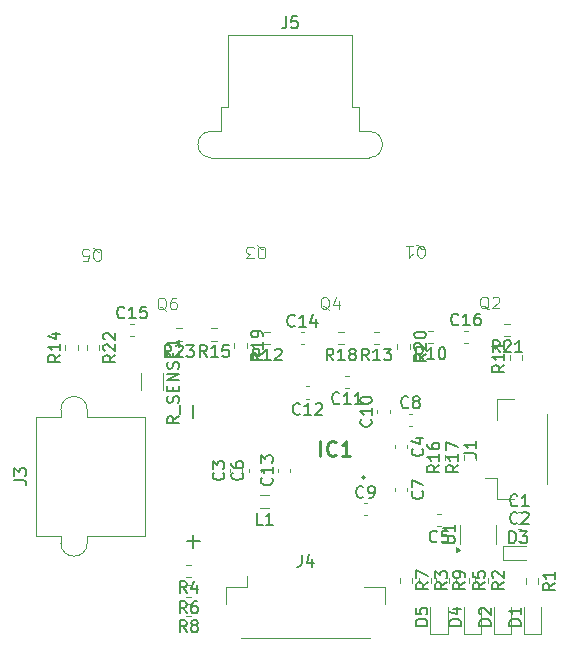
<source format=gbr>
%TF.GenerationSoftware,KiCad,Pcbnew,8.0.3+1*%
%TF.CreationDate,2024-07-16T12:47:32+00:00*%
%TF.ProjectId,TFESC02,54464553-4330-4322-9e6b-696361645f70,rev?*%
%TF.SameCoordinates,Original*%
%TF.FileFunction,Legend,Top*%
%TF.FilePolarity,Positive*%
%FSLAX46Y46*%
G04 Gerber Fmt 4.6, Leading zero omitted, Abs format (unit mm)*
G04 Created by KiCad (PCBNEW 8.0.3+1) date 2024-07-16 12:47:32*
%MOMM*%
%LPD*%
G01*
G04 APERTURE LIST*
%ADD10C,0.150000*%
%ADD11C,0.100000*%
%ADD12C,0.254000*%
%ADD13C,0.120000*%
%ADD14C,0.200000*%
G04 APERTURE END LIST*
D10*
X152329580Y-130367857D02*
X152377200Y-130415476D01*
X152377200Y-130415476D02*
X152424819Y-130558333D01*
X152424819Y-130558333D02*
X152424819Y-130653571D01*
X152424819Y-130653571D02*
X152377200Y-130796428D01*
X152377200Y-130796428D02*
X152281961Y-130891666D01*
X152281961Y-130891666D02*
X152186723Y-130939285D01*
X152186723Y-130939285D02*
X151996247Y-130986904D01*
X151996247Y-130986904D02*
X151853390Y-130986904D01*
X151853390Y-130986904D02*
X151662914Y-130939285D01*
X151662914Y-130939285D02*
X151567676Y-130891666D01*
X151567676Y-130891666D02*
X151472438Y-130796428D01*
X151472438Y-130796428D02*
X151424819Y-130653571D01*
X151424819Y-130653571D02*
X151424819Y-130558333D01*
X151424819Y-130558333D02*
X151472438Y-130415476D01*
X151472438Y-130415476D02*
X151520057Y-130367857D01*
X152424819Y-129415476D02*
X152424819Y-129986904D01*
X152424819Y-129701190D02*
X151424819Y-129701190D01*
X151424819Y-129701190D02*
X151567676Y-129796428D01*
X151567676Y-129796428D02*
X151662914Y-129891666D01*
X151662914Y-129891666D02*
X151710533Y-129986904D01*
X151424819Y-128796428D02*
X151424819Y-128701190D01*
X151424819Y-128701190D02*
X151472438Y-128605952D01*
X151472438Y-128605952D02*
X151520057Y-128558333D01*
X151520057Y-128558333D02*
X151615295Y-128510714D01*
X151615295Y-128510714D02*
X151805771Y-128463095D01*
X151805771Y-128463095D02*
X152043866Y-128463095D01*
X152043866Y-128463095D02*
X152234342Y-128510714D01*
X152234342Y-128510714D02*
X152329580Y-128558333D01*
X152329580Y-128558333D02*
X152377200Y-128605952D01*
X152377200Y-128605952D02*
X152424819Y-128701190D01*
X152424819Y-128701190D02*
X152424819Y-128796428D01*
X152424819Y-128796428D02*
X152377200Y-128891666D01*
X152377200Y-128891666D02*
X152329580Y-128939285D01*
X152329580Y-128939285D02*
X152234342Y-128986904D01*
X152234342Y-128986904D02*
X152043866Y-129034523D01*
X152043866Y-129034523D02*
X151805771Y-129034523D01*
X151805771Y-129034523D02*
X151615295Y-128986904D01*
X151615295Y-128986904D02*
X151520057Y-128939285D01*
X151520057Y-128939285D02*
X151472438Y-128891666D01*
X151472438Y-128891666D02*
X151424819Y-128796428D01*
X145166666Y-96254819D02*
X145166666Y-96969104D01*
X145166666Y-96969104D02*
X145119047Y-97111961D01*
X145119047Y-97111961D02*
X145023809Y-97207200D01*
X145023809Y-97207200D02*
X144880952Y-97254819D01*
X144880952Y-97254819D02*
X144785714Y-97254819D01*
X146119047Y-96254819D02*
X145642857Y-96254819D01*
X145642857Y-96254819D02*
X145595238Y-96731009D01*
X145595238Y-96731009D02*
X145642857Y-96683390D01*
X145642857Y-96683390D02*
X145738095Y-96635771D01*
X145738095Y-96635771D02*
X145976190Y-96635771D01*
X145976190Y-96635771D02*
X146071428Y-96683390D01*
X146071428Y-96683390D02*
X146119047Y-96731009D01*
X146119047Y-96731009D02*
X146166666Y-96826247D01*
X146166666Y-96826247D02*
X146166666Y-97064342D01*
X146166666Y-97064342D02*
X146119047Y-97159580D01*
X146119047Y-97159580D02*
X146071428Y-97207200D01*
X146071428Y-97207200D02*
X145976190Y-97254819D01*
X145976190Y-97254819D02*
X145738095Y-97254819D01*
X145738095Y-97254819D02*
X145642857Y-97207200D01*
X145642857Y-97207200D02*
X145595238Y-97159580D01*
X149657142Y-128989580D02*
X149609523Y-129037200D01*
X149609523Y-129037200D02*
X149466666Y-129084819D01*
X149466666Y-129084819D02*
X149371428Y-129084819D01*
X149371428Y-129084819D02*
X149228571Y-129037200D01*
X149228571Y-129037200D02*
X149133333Y-128941961D01*
X149133333Y-128941961D02*
X149085714Y-128846723D01*
X149085714Y-128846723D02*
X149038095Y-128656247D01*
X149038095Y-128656247D02*
X149038095Y-128513390D01*
X149038095Y-128513390D02*
X149085714Y-128322914D01*
X149085714Y-128322914D02*
X149133333Y-128227676D01*
X149133333Y-128227676D02*
X149228571Y-128132438D01*
X149228571Y-128132438D02*
X149371428Y-128084819D01*
X149371428Y-128084819D02*
X149466666Y-128084819D01*
X149466666Y-128084819D02*
X149609523Y-128132438D01*
X149609523Y-128132438D02*
X149657142Y-128180057D01*
X150609523Y-129084819D02*
X150038095Y-129084819D01*
X150323809Y-129084819D02*
X150323809Y-128084819D01*
X150323809Y-128084819D02*
X150228571Y-128227676D01*
X150228571Y-128227676D02*
X150133333Y-128322914D01*
X150133333Y-128322914D02*
X150038095Y-128370533D01*
X151561904Y-129084819D02*
X150990476Y-129084819D01*
X151276190Y-129084819D02*
X151276190Y-128084819D01*
X151276190Y-128084819D02*
X151180952Y-128227676D01*
X151180952Y-128227676D02*
X151085714Y-128322914D01*
X151085714Y-128322914D02*
X150990476Y-128370533D01*
X152157142Y-125384819D02*
X151823809Y-124908628D01*
X151585714Y-125384819D02*
X151585714Y-124384819D01*
X151585714Y-124384819D02*
X151966666Y-124384819D01*
X151966666Y-124384819D02*
X152061904Y-124432438D01*
X152061904Y-124432438D02*
X152109523Y-124480057D01*
X152109523Y-124480057D02*
X152157142Y-124575295D01*
X152157142Y-124575295D02*
X152157142Y-124718152D01*
X152157142Y-124718152D02*
X152109523Y-124813390D01*
X152109523Y-124813390D02*
X152061904Y-124861009D01*
X152061904Y-124861009D02*
X151966666Y-124908628D01*
X151966666Y-124908628D02*
X151585714Y-124908628D01*
X153109523Y-125384819D02*
X152538095Y-125384819D01*
X152823809Y-125384819D02*
X152823809Y-124384819D01*
X152823809Y-124384819D02*
X152728571Y-124527676D01*
X152728571Y-124527676D02*
X152633333Y-124622914D01*
X152633333Y-124622914D02*
X152538095Y-124670533D01*
X153442857Y-124384819D02*
X154061904Y-124384819D01*
X154061904Y-124384819D02*
X153728571Y-124765771D01*
X153728571Y-124765771D02*
X153871428Y-124765771D01*
X153871428Y-124765771D02*
X153966666Y-124813390D01*
X153966666Y-124813390D02*
X154014285Y-124861009D01*
X154014285Y-124861009D02*
X154061904Y-124956247D01*
X154061904Y-124956247D02*
X154061904Y-125194342D01*
X154061904Y-125194342D02*
X154014285Y-125289580D01*
X154014285Y-125289580D02*
X153966666Y-125337200D01*
X153966666Y-125337200D02*
X153871428Y-125384819D01*
X153871428Y-125384819D02*
X153585714Y-125384819D01*
X153585714Y-125384819D02*
X153490476Y-125337200D01*
X153490476Y-125337200D02*
X153442857Y-125289580D01*
D11*
X128795238Y-115847342D02*
X128890476Y-115894961D01*
X128890476Y-115894961D02*
X128985714Y-115990200D01*
X128985714Y-115990200D02*
X129128571Y-116133057D01*
X129128571Y-116133057D02*
X129223809Y-116180676D01*
X129223809Y-116180676D02*
X129319047Y-116180676D01*
X129271428Y-115942580D02*
X129366666Y-115990200D01*
X129366666Y-115990200D02*
X129461904Y-116085438D01*
X129461904Y-116085438D02*
X129509523Y-116275914D01*
X129509523Y-116275914D02*
X129509523Y-116609247D01*
X129509523Y-116609247D02*
X129461904Y-116799723D01*
X129461904Y-116799723D02*
X129366666Y-116894961D01*
X129366666Y-116894961D02*
X129271428Y-116942580D01*
X129271428Y-116942580D02*
X129080952Y-116942580D01*
X129080952Y-116942580D02*
X128985714Y-116894961D01*
X128985714Y-116894961D02*
X128890476Y-116799723D01*
X128890476Y-116799723D02*
X128842857Y-116609247D01*
X128842857Y-116609247D02*
X128842857Y-116275914D01*
X128842857Y-116275914D02*
X128890476Y-116085438D01*
X128890476Y-116085438D02*
X128985714Y-115990200D01*
X128985714Y-115990200D02*
X129080952Y-115942580D01*
X129080952Y-115942580D02*
X129271428Y-115942580D01*
X127938095Y-116942580D02*
X128414285Y-116942580D01*
X128414285Y-116942580D02*
X128461904Y-116466390D01*
X128461904Y-116466390D02*
X128414285Y-116514009D01*
X128414285Y-116514009D02*
X128319047Y-116561628D01*
X128319047Y-116561628D02*
X128080952Y-116561628D01*
X128080952Y-116561628D02*
X127985714Y-116514009D01*
X127985714Y-116514009D02*
X127938095Y-116466390D01*
X127938095Y-116466390D02*
X127890476Y-116371152D01*
X127890476Y-116371152D02*
X127890476Y-116133057D01*
X127890476Y-116133057D02*
X127938095Y-116037819D01*
X127938095Y-116037819D02*
X127985714Y-115990200D01*
X127985714Y-115990200D02*
X128080952Y-115942580D01*
X128080952Y-115942580D02*
X128319047Y-115942580D01*
X128319047Y-115942580D02*
X128414285Y-115990200D01*
X128414285Y-115990200D02*
X128461904Y-116037819D01*
D10*
X160254819Y-133233333D02*
X160969104Y-133233333D01*
X160969104Y-133233333D02*
X161111961Y-133280952D01*
X161111961Y-133280952D02*
X161207200Y-133376190D01*
X161207200Y-133376190D02*
X161254819Y-133519047D01*
X161254819Y-133519047D02*
X161254819Y-133614285D01*
X161254819Y-132233333D02*
X161254819Y-132804761D01*
X161254819Y-132519047D02*
X160254819Y-132519047D01*
X160254819Y-132519047D02*
X160397676Y-132614285D01*
X160397676Y-132614285D02*
X160492914Y-132709523D01*
X160492914Y-132709523D02*
X160540533Y-132804761D01*
X146332142Y-129889580D02*
X146284523Y-129937200D01*
X146284523Y-129937200D02*
X146141666Y-129984819D01*
X146141666Y-129984819D02*
X146046428Y-129984819D01*
X146046428Y-129984819D02*
X145903571Y-129937200D01*
X145903571Y-129937200D02*
X145808333Y-129841961D01*
X145808333Y-129841961D02*
X145760714Y-129746723D01*
X145760714Y-129746723D02*
X145713095Y-129556247D01*
X145713095Y-129556247D02*
X145713095Y-129413390D01*
X145713095Y-129413390D02*
X145760714Y-129222914D01*
X145760714Y-129222914D02*
X145808333Y-129127676D01*
X145808333Y-129127676D02*
X145903571Y-129032438D01*
X145903571Y-129032438D02*
X146046428Y-128984819D01*
X146046428Y-128984819D02*
X146141666Y-128984819D01*
X146141666Y-128984819D02*
X146284523Y-129032438D01*
X146284523Y-129032438D02*
X146332142Y-129080057D01*
X147284523Y-129984819D02*
X146713095Y-129984819D01*
X146998809Y-129984819D02*
X146998809Y-128984819D01*
X146998809Y-128984819D02*
X146903571Y-129127676D01*
X146903571Y-129127676D02*
X146808333Y-129222914D01*
X146808333Y-129222914D02*
X146713095Y-129270533D01*
X147665476Y-129080057D02*
X147713095Y-129032438D01*
X147713095Y-129032438D02*
X147808333Y-128984819D01*
X147808333Y-128984819D02*
X148046428Y-128984819D01*
X148046428Y-128984819D02*
X148141666Y-129032438D01*
X148141666Y-129032438D02*
X148189285Y-129080057D01*
X148189285Y-129080057D02*
X148236904Y-129175295D01*
X148236904Y-129175295D02*
X148236904Y-129270533D01*
X148236904Y-129270533D02*
X148189285Y-129413390D01*
X148189285Y-129413390D02*
X147617857Y-129984819D01*
X147617857Y-129984819D02*
X148236904Y-129984819D01*
X161984819Y-144166666D02*
X161508628Y-144499999D01*
X161984819Y-144738094D02*
X160984819Y-144738094D01*
X160984819Y-144738094D02*
X160984819Y-144357142D01*
X160984819Y-144357142D02*
X161032438Y-144261904D01*
X161032438Y-144261904D02*
X161080057Y-144214285D01*
X161080057Y-144214285D02*
X161175295Y-144166666D01*
X161175295Y-144166666D02*
X161318152Y-144166666D01*
X161318152Y-144166666D02*
X161413390Y-144214285D01*
X161413390Y-144214285D02*
X161461009Y-144261904D01*
X161461009Y-144261904D02*
X161508628Y-144357142D01*
X161508628Y-144357142D02*
X161508628Y-144738094D01*
X160984819Y-143261904D02*
X160984819Y-143738094D01*
X160984819Y-143738094D02*
X161461009Y-143785713D01*
X161461009Y-143785713D02*
X161413390Y-143738094D01*
X161413390Y-143738094D02*
X161365771Y-143642856D01*
X161365771Y-143642856D02*
X161365771Y-143404761D01*
X161365771Y-143404761D02*
X161413390Y-143309523D01*
X161413390Y-143309523D02*
X161461009Y-143261904D01*
X161461009Y-143261904D02*
X161556247Y-143214285D01*
X161556247Y-143214285D02*
X161794342Y-143214285D01*
X161794342Y-143214285D02*
X161889580Y-143261904D01*
X161889580Y-143261904D02*
X161937200Y-143309523D01*
X161937200Y-143309523D02*
X161984819Y-143404761D01*
X161984819Y-143404761D02*
X161984819Y-143642856D01*
X161984819Y-143642856D02*
X161937200Y-143738094D01*
X161937200Y-143738094D02*
X161889580Y-143785713D01*
X136733333Y-146784819D02*
X136400000Y-146308628D01*
X136161905Y-146784819D02*
X136161905Y-145784819D01*
X136161905Y-145784819D02*
X136542857Y-145784819D01*
X136542857Y-145784819D02*
X136638095Y-145832438D01*
X136638095Y-145832438D02*
X136685714Y-145880057D01*
X136685714Y-145880057D02*
X136733333Y-145975295D01*
X136733333Y-145975295D02*
X136733333Y-146118152D01*
X136733333Y-146118152D02*
X136685714Y-146213390D01*
X136685714Y-146213390D02*
X136638095Y-146261009D01*
X136638095Y-146261009D02*
X136542857Y-146308628D01*
X136542857Y-146308628D02*
X136161905Y-146308628D01*
X137590476Y-145784819D02*
X137400000Y-145784819D01*
X137400000Y-145784819D02*
X137304762Y-145832438D01*
X137304762Y-145832438D02*
X137257143Y-145880057D01*
X137257143Y-145880057D02*
X137161905Y-146022914D01*
X137161905Y-146022914D02*
X137114286Y-146213390D01*
X137114286Y-146213390D02*
X137114286Y-146594342D01*
X137114286Y-146594342D02*
X137161905Y-146689580D01*
X137161905Y-146689580D02*
X137209524Y-146737200D01*
X137209524Y-146737200D02*
X137304762Y-146784819D01*
X137304762Y-146784819D02*
X137495238Y-146784819D01*
X137495238Y-146784819D02*
X137590476Y-146737200D01*
X137590476Y-146737200D02*
X137638095Y-146689580D01*
X137638095Y-146689580D02*
X137685714Y-146594342D01*
X137685714Y-146594342D02*
X137685714Y-146356247D01*
X137685714Y-146356247D02*
X137638095Y-146261009D01*
X137638095Y-146261009D02*
X137590476Y-146213390D01*
X137590476Y-146213390D02*
X137495238Y-146165771D01*
X137495238Y-146165771D02*
X137304762Y-146165771D01*
X137304762Y-146165771D02*
X137209524Y-146213390D01*
X137209524Y-146213390D02*
X137161905Y-146261009D01*
X137161905Y-146261009D02*
X137114286Y-146356247D01*
X164733333Y-139129580D02*
X164685714Y-139177200D01*
X164685714Y-139177200D02*
X164542857Y-139224819D01*
X164542857Y-139224819D02*
X164447619Y-139224819D01*
X164447619Y-139224819D02*
X164304762Y-139177200D01*
X164304762Y-139177200D02*
X164209524Y-139081961D01*
X164209524Y-139081961D02*
X164161905Y-138986723D01*
X164161905Y-138986723D02*
X164114286Y-138796247D01*
X164114286Y-138796247D02*
X164114286Y-138653390D01*
X164114286Y-138653390D02*
X164161905Y-138462914D01*
X164161905Y-138462914D02*
X164209524Y-138367676D01*
X164209524Y-138367676D02*
X164304762Y-138272438D01*
X164304762Y-138272438D02*
X164447619Y-138224819D01*
X164447619Y-138224819D02*
X164542857Y-138224819D01*
X164542857Y-138224819D02*
X164685714Y-138272438D01*
X164685714Y-138272438D02*
X164733333Y-138320057D01*
X165114286Y-138320057D02*
X165161905Y-138272438D01*
X165161905Y-138272438D02*
X165257143Y-138224819D01*
X165257143Y-138224819D02*
X165495238Y-138224819D01*
X165495238Y-138224819D02*
X165590476Y-138272438D01*
X165590476Y-138272438D02*
X165638095Y-138320057D01*
X165638095Y-138320057D02*
X165685714Y-138415295D01*
X165685714Y-138415295D02*
X165685714Y-138510533D01*
X165685714Y-138510533D02*
X165638095Y-138653390D01*
X165638095Y-138653390D02*
X165066667Y-139224819D01*
X165066667Y-139224819D02*
X165685714Y-139224819D01*
X143929580Y-135317857D02*
X143977200Y-135365476D01*
X143977200Y-135365476D02*
X144024819Y-135508333D01*
X144024819Y-135508333D02*
X144024819Y-135603571D01*
X144024819Y-135603571D02*
X143977200Y-135746428D01*
X143977200Y-135746428D02*
X143881961Y-135841666D01*
X143881961Y-135841666D02*
X143786723Y-135889285D01*
X143786723Y-135889285D02*
X143596247Y-135936904D01*
X143596247Y-135936904D02*
X143453390Y-135936904D01*
X143453390Y-135936904D02*
X143262914Y-135889285D01*
X143262914Y-135889285D02*
X143167676Y-135841666D01*
X143167676Y-135841666D02*
X143072438Y-135746428D01*
X143072438Y-135746428D02*
X143024819Y-135603571D01*
X143024819Y-135603571D02*
X143024819Y-135508333D01*
X143024819Y-135508333D02*
X143072438Y-135365476D01*
X143072438Y-135365476D02*
X143120057Y-135317857D01*
X144024819Y-134365476D02*
X144024819Y-134936904D01*
X144024819Y-134651190D02*
X143024819Y-134651190D01*
X143024819Y-134651190D02*
X143167676Y-134746428D01*
X143167676Y-134746428D02*
X143262914Y-134841666D01*
X143262914Y-134841666D02*
X143310533Y-134936904D01*
X143024819Y-134032142D02*
X143024819Y-133413095D01*
X143024819Y-133413095D02*
X143405771Y-133746428D01*
X143405771Y-133746428D02*
X143405771Y-133603571D01*
X143405771Y-133603571D02*
X143453390Y-133508333D01*
X143453390Y-133508333D02*
X143501009Y-133460714D01*
X143501009Y-133460714D02*
X143596247Y-133413095D01*
X143596247Y-133413095D02*
X143834342Y-133413095D01*
X143834342Y-133413095D02*
X143929580Y-133460714D01*
X143929580Y-133460714D02*
X143977200Y-133508333D01*
X143977200Y-133508333D02*
X144024819Y-133603571D01*
X144024819Y-133603571D02*
X144024819Y-133889285D01*
X144024819Y-133889285D02*
X143977200Y-133984523D01*
X143977200Y-133984523D02*
X143929580Y-134032142D01*
D11*
X156195238Y-115585642D02*
X156290476Y-115633261D01*
X156290476Y-115633261D02*
X156385714Y-115728500D01*
X156385714Y-115728500D02*
X156528571Y-115871357D01*
X156528571Y-115871357D02*
X156623809Y-115918976D01*
X156623809Y-115918976D02*
X156719047Y-115918976D01*
X156671428Y-115680880D02*
X156766666Y-115728500D01*
X156766666Y-115728500D02*
X156861904Y-115823738D01*
X156861904Y-115823738D02*
X156909523Y-116014214D01*
X156909523Y-116014214D02*
X156909523Y-116347547D01*
X156909523Y-116347547D02*
X156861904Y-116538023D01*
X156861904Y-116538023D02*
X156766666Y-116633261D01*
X156766666Y-116633261D02*
X156671428Y-116680880D01*
X156671428Y-116680880D02*
X156480952Y-116680880D01*
X156480952Y-116680880D02*
X156385714Y-116633261D01*
X156385714Y-116633261D02*
X156290476Y-116538023D01*
X156290476Y-116538023D02*
X156242857Y-116347547D01*
X156242857Y-116347547D02*
X156242857Y-116014214D01*
X156242857Y-116014214D02*
X156290476Y-115823738D01*
X156290476Y-115823738D02*
X156385714Y-115728500D01*
X156385714Y-115728500D02*
X156480952Y-115680880D01*
X156480952Y-115680880D02*
X156671428Y-115680880D01*
X155290476Y-115680880D02*
X155861904Y-115680880D01*
X155576190Y-115680880D02*
X155576190Y-116680880D01*
X155576190Y-116680880D02*
X155671428Y-116538023D01*
X155671428Y-116538023D02*
X155766666Y-116442785D01*
X155766666Y-116442785D02*
X155861904Y-116395166D01*
D10*
X157184819Y-144166666D02*
X156708628Y-144499999D01*
X157184819Y-144738094D02*
X156184819Y-144738094D01*
X156184819Y-144738094D02*
X156184819Y-144357142D01*
X156184819Y-144357142D02*
X156232438Y-144261904D01*
X156232438Y-144261904D02*
X156280057Y-144214285D01*
X156280057Y-144214285D02*
X156375295Y-144166666D01*
X156375295Y-144166666D02*
X156518152Y-144166666D01*
X156518152Y-144166666D02*
X156613390Y-144214285D01*
X156613390Y-144214285D02*
X156661009Y-144261904D01*
X156661009Y-144261904D02*
X156708628Y-144357142D01*
X156708628Y-144357142D02*
X156708628Y-144738094D01*
X156184819Y-143833332D02*
X156184819Y-143166666D01*
X156184819Y-143166666D02*
X157184819Y-143595237D01*
D12*
X148060237Y-133474318D02*
X148060237Y-132204318D01*
X149390714Y-133353365D02*
X149330238Y-133413842D01*
X149330238Y-133413842D02*
X149148809Y-133474318D01*
X149148809Y-133474318D02*
X149027857Y-133474318D01*
X149027857Y-133474318D02*
X148846428Y-133413842D01*
X148846428Y-133413842D02*
X148725476Y-133292889D01*
X148725476Y-133292889D02*
X148664999Y-133171937D01*
X148664999Y-133171937D02*
X148604523Y-132930032D01*
X148604523Y-132930032D02*
X148604523Y-132748603D01*
X148604523Y-132748603D02*
X148664999Y-132506699D01*
X148664999Y-132506699D02*
X148725476Y-132385746D01*
X148725476Y-132385746D02*
X148846428Y-132264794D01*
X148846428Y-132264794D02*
X149027857Y-132204318D01*
X149027857Y-132204318D02*
X149148809Y-132204318D01*
X149148809Y-132204318D02*
X149330238Y-132264794D01*
X149330238Y-132264794D02*
X149390714Y-132325270D01*
X150600238Y-133474318D02*
X149874523Y-133474318D01*
X150237380Y-133474318D02*
X150237380Y-132204318D01*
X150237380Y-132204318D02*
X150116428Y-132385746D01*
X150116428Y-132385746D02*
X149995476Y-132506699D01*
X149995476Y-132506699D02*
X149874523Y-132567175D01*
D10*
X142882142Y-125384819D02*
X142548809Y-124908628D01*
X142310714Y-125384819D02*
X142310714Y-124384819D01*
X142310714Y-124384819D02*
X142691666Y-124384819D01*
X142691666Y-124384819D02*
X142786904Y-124432438D01*
X142786904Y-124432438D02*
X142834523Y-124480057D01*
X142834523Y-124480057D02*
X142882142Y-124575295D01*
X142882142Y-124575295D02*
X142882142Y-124718152D01*
X142882142Y-124718152D02*
X142834523Y-124813390D01*
X142834523Y-124813390D02*
X142786904Y-124861009D01*
X142786904Y-124861009D02*
X142691666Y-124908628D01*
X142691666Y-124908628D02*
X142310714Y-124908628D01*
X143834523Y-125384819D02*
X143263095Y-125384819D01*
X143548809Y-125384819D02*
X143548809Y-124384819D01*
X143548809Y-124384819D02*
X143453571Y-124527676D01*
X143453571Y-124527676D02*
X143358333Y-124622914D01*
X143358333Y-124622914D02*
X143263095Y-124670533D01*
X144215476Y-124480057D02*
X144263095Y-124432438D01*
X144263095Y-124432438D02*
X144358333Y-124384819D01*
X144358333Y-124384819D02*
X144596428Y-124384819D01*
X144596428Y-124384819D02*
X144691666Y-124432438D01*
X144691666Y-124432438D02*
X144739285Y-124480057D01*
X144739285Y-124480057D02*
X144786904Y-124575295D01*
X144786904Y-124575295D02*
X144786904Y-124670533D01*
X144786904Y-124670533D02*
X144739285Y-124813390D01*
X144739285Y-124813390D02*
X144167857Y-125384819D01*
X144167857Y-125384819D02*
X144786904Y-125384819D01*
X162498151Y-147838094D02*
X161498151Y-147838094D01*
X161498151Y-147838094D02*
X161498151Y-147599999D01*
X161498151Y-147599999D02*
X161545770Y-147457142D01*
X161545770Y-147457142D02*
X161641008Y-147361904D01*
X161641008Y-147361904D02*
X161736246Y-147314285D01*
X161736246Y-147314285D02*
X161926722Y-147266666D01*
X161926722Y-147266666D02*
X162069579Y-147266666D01*
X162069579Y-147266666D02*
X162260055Y-147314285D01*
X162260055Y-147314285D02*
X162355293Y-147361904D01*
X162355293Y-147361904D02*
X162450532Y-147457142D01*
X162450532Y-147457142D02*
X162498151Y-147599999D01*
X162498151Y-147599999D02*
X162498151Y-147838094D01*
X161593389Y-146885713D02*
X161545770Y-146838094D01*
X161545770Y-146838094D02*
X161498151Y-146742856D01*
X161498151Y-146742856D02*
X161498151Y-146504761D01*
X161498151Y-146504761D02*
X161545770Y-146409523D01*
X161545770Y-146409523D02*
X161593389Y-146361904D01*
X161593389Y-146361904D02*
X161688627Y-146314285D01*
X161688627Y-146314285D02*
X161783865Y-146314285D01*
X161783865Y-146314285D02*
X161926722Y-146361904D01*
X161926722Y-146361904D02*
X162498151Y-146933332D01*
X162498151Y-146933332D02*
X162498151Y-146314285D01*
X159732142Y-122329580D02*
X159684523Y-122377200D01*
X159684523Y-122377200D02*
X159541666Y-122424819D01*
X159541666Y-122424819D02*
X159446428Y-122424819D01*
X159446428Y-122424819D02*
X159303571Y-122377200D01*
X159303571Y-122377200D02*
X159208333Y-122281961D01*
X159208333Y-122281961D02*
X159160714Y-122186723D01*
X159160714Y-122186723D02*
X159113095Y-121996247D01*
X159113095Y-121996247D02*
X159113095Y-121853390D01*
X159113095Y-121853390D02*
X159160714Y-121662914D01*
X159160714Y-121662914D02*
X159208333Y-121567676D01*
X159208333Y-121567676D02*
X159303571Y-121472438D01*
X159303571Y-121472438D02*
X159446428Y-121424819D01*
X159446428Y-121424819D02*
X159541666Y-121424819D01*
X159541666Y-121424819D02*
X159684523Y-121472438D01*
X159684523Y-121472438D02*
X159732142Y-121520057D01*
X160684523Y-122424819D02*
X160113095Y-122424819D01*
X160398809Y-122424819D02*
X160398809Y-121424819D01*
X160398809Y-121424819D02*
X160303571Y-121567676D01*
X160303571Y-121567676D02*
X160208333Y-121662914D01*
X160208333Y-121662914D02*
X160113095Y-121710533D01*
X161541666Y-121424819D02*
X161351190Y-121424819D01*
X161351190Y-121424819D02*
X161255952Y-121472438D01*
X161255952Y-121472438D02*
X161208333Y-121520057D01*
X161208333Y-121520057D02*
X161113095Y-121662914D01*
X161113095Y-121662914D02*
X161065476Y-121853390D01*
X161065476Y-121853390D02*
X161065476Y-122234342D01*
X161065476Y-122234342D02*
X161113095Y-122329580D01*
X161113095Y-122329580D02*
X161160714Y-122377200D01*
X161160714Y-122377200D02*
X161255952Y-122424819D01*
X161255952Y-122424819D02*
X161446428Y-122424819D01*
X161446428Y-122424819D02*
X161541666Y-122377200D01*
X161541666Y-122377200D02*
X161589285Y-122329580D01*
X161589285Y-122329580D02*
X161636904Y-122234342D01*
X161636904Y-122234342D02*
X161636904Y-121996247D01*
X161636904Y-121996247D02*
X161589285Y-121901009D01*
X161589285Y-121901009D02*
X161541666Y-121853390D01*
X161541666Y-121853390D02*
X161446428Y-121805771D01*
X161446428Y-121805771D02*
X161255952Y-121805771D01*
X161255952Y-121805771D02*
X161160714Y-121853390D01*
X161160714Y-121853390D02*
X161113095Y-121901009D01*
X161113095Y-121901009D02*
X161065476Y-121996247D01*
X158124819Y-134242857D02*
X157648628Y-134576190D01*
X158124819Y-134814285D02*
X157124819Y-134814285D01*
X157124819Y-134814285D02*
X157124819Y-134433333D01*
X157124819Y-134433333D02*
X157172438Y-134338095D01*
X157172438Y-134338095D02*
X157220057Y-134290476D01*
X157220057Y-134290476D02*
X157315295Y-134242857D01*
X157315295Y-134242857D02*
X157458152Y-134242857D01*
X157458152Y-134242857D02*
X157553390Y-134290476D01*
X157553390Y-134290476D02*
X157601009Y-134338095D01*
X157601009Y-134338095D02*
X157648628Y-134433333D01*
X157648628Y-134433333D02*
X157648628Y-134814285D01*
X158124819Y-133290476D02*
X158124819Y-133861904D01*
X158124819Y-133576190D02*
X157124819Y-133576190D01*
X157124819Y-133576190D02*
X157267676Y-133671428D01*
X157267676Y-133671428D02*
X157362914Y-133766666D01*
X157362914Y-133766666D02*
X157410533Y-133861904D01*
X157124819Y-132433333D02*
X157124819Y-132623809D01*
X157124819Y-132623809D02*
X157172438Y-132719047D01*
X157172438Y-132719047D02*
X157220057Y-132766666D01*
X157220057Y-132766666D02*
X157362914Y-132861904D01*
X157362914Y-132861904D02*
X157553390Y-132909523D01*
X157553390Y-132909523D02*
X157934342Y-132909523D01*
X157934342Y-132909523D02*
X158029580Y-132861904D01*
X158029580Y-132861904D02*
X158077200Y-132814285D01*
X158077200Y-132814285D02*
X158124819Y-132719047D01*
X158124819Y-132719047D02*
X158124819Y-132528571D01*
X158124819Y-132528571D02*
X158077200Y-132433333D01*
X158077200Y-132433333D02*
X158029580Y-132385714D01*
X158029580Y-132385714D02*
X157934342Y-132338095D01*
X157934342Y-132338095D02*
X157696247Y-132338095D01*
X157696247Y-132338095D02*
X157601009Y-132385714D01*
X157601009Y-132385714D02*
X157553390Y-132433333D01*
X157553390Y-132433333D02*
X157505771Y-132528571D01*
X157505771Y-132528571D02*
X157505771Y-132719047D01*
X157505771Y-132719047D02*
X157553390Y-132814285D01*
X157553390Y-132814285D02*
X157601009Y-132861904D01*
X157601009Y-132861904D02*
X157696247Y-132909523D01*
X136733333Y-148384819D02*
X136400000Y-147908628D01*
X136161905Y-148384819D02*
X136161905Y-147384819D01*
X136161905Y-147384819D02*
X136542857Y-147384819D01*
X136542857Y-147384819D02*
X136638095Y-147432438D01*
X136638095Y-147432438D02*
X136685714Y-147480057D01*
X136685714Y-147480057D02*
X136733333Y-147575295D01*
X136733333Y-147575295D02*
X136733333Y-147718152D01*
X136733333Y-147718152D02*
X136685714Y-147813390D01*
X136685714Y-147813390D02*
X136638095Y-147861009D01*
X136638095Y-147861009D02*
X136542857Y-147908628D01*
X136542857Y-147908628D02*
X136161905Y-147908628D01*
X137304762Y-147813390D02*
X137209524Y-147765771D01*
X137209524Y-147765771D02*
X137161905Y-147718152D01*
X137161905Y-147718152D02*
X137114286Y-147622914D01*
X137114286Y-147622914D02*
X137114286Y-147575295D01*
X137114286Y-147575295D02*
X137161905Y-147480057D01*
X137161905Y-147480057D02*
X137209524Y-147432438D01*
X137209524Y-147432438D02*
X137304762Y-147384819D01*
X137304762Y-147384819D02*
X137495238Y-147384819D01*
X137495238Y-147384819D02*
X137590476Y-147432438D01*
X137590476Y-147432438D02*
X137638095Y-147480057D01*
X137638095Y-147480057D02*
X137685714Y-147575295D01*
X137685714Y-147575295D02*
X137685714Y-147622914D01*
X137685714Y-147622914D02*
X137638095Y-147718152D01*
X137638095Y-147718152D02*
X137590476Y-147765771D01*
X137590476Y-147765771D02*
X137495238Y-147813390D01*
X137495238Y-147813390D02*
X137304762Y-147813390D01*
X137304762Y-147813390D02*
X137209524Y-147861009D01*
X137209524Y-147861009D02*
X137161905Y-147908628D01*
X137161905Y-147908628D02*
X137114286Y-148003866D01*
X137114286Y-148003866D02*
X137114286Y-148194342D01*
X137114286Y-148194342D02*
X137161905Y-148289580D01*
X137161905Y-148289580D02*
X137209524Y-148337200D01*
X137209524Y-148337200D02*
X137304762Y-148384819D01*
X137304762Y-148384819D02*
X137495238Y-148384819D01*
X137495238Y-148384819D02*
X137590476Y-148337200D01*
X137590476Y-148337200D02*
X137638095Y-148289580D01*
X137638095Y-148289580D02*
X137685714Y-148194342D01*
X137685714Y-148194342D02*
X137685714Y-148003866D01*
X137685714Y-148003866D02*
X137638095Y-147908628D01*
X137638095Y-147908628D02*
X137590476Y-147861009D01*
X137590476Y-147861009D02*
X137495238Y-147813390D01*
D11*
X142695238Y-115647342D02*
X142790476Y-115694961D01*
X142790476Y-115694961D02*
X142885714Y-115790200D01*
X142885714Y-115790200D02*
X143028571Y-115933057D01*
X143028571Y-115933057D02*
X143123809Y-115980676D01*
X143123809Y-115980676D02*
X143219047Y-115980676D01*
X143171428Y-115742580D02*
X143266666Y-115790200D01*
X143266666Y-115790200D02*
X143361904Y-115885438D01*
X143361904Y-115885438D02*
X143409523Y-116075914D01*
X143409523Y-116075914D02*
X143409523Y-116409247D01*
X143409523Y-116409247D02*
X143361904Y-116599723D01*
X143361904Y-116599723D02*
X143266666Y-116694961D01*
X143266666Y-116694961D02*
X143171428Y-116742580D01*
X143171428Y-116742580D02*
X142980952Y-116742580D01*
X142980952Y-116742580D02*
X142885714Y-116694961D01*
X142885714Y-116694961D02*
X142790476Y-116599723D01*
X142790476Y-116599723D02*
X142742857Y-116409247D01*
X142742857Y-116409247D02*
X142742857Y-116075914D01*
X142742857Y-116075914D02*
X142790476Y-115885438D01*
X142790476Y-115885438D02*
X142885714Y-115790200D01*
X142885714Y-115790200D02*
X142980952Y-115742580D01*
X142980952Y-115742580D02*
X143171428Y-115742580D01*
X142409523Y-116742580D02*
X141790476Y-116742580D01*
X141790476Y-116742580D02*
X142123809Y-116361628D01*
X142123809Y-116361628D02*
X141980952Y-116361628D01*
X141980952Y-116361628D02*
X141885714Y-116314009D01*
X141885714Y-116314009D02*
X141838095Y-116266390D01*
X141838095Y-116266390D02*
X141790476Y-116171152D01*
X141790476Y-116171152D02*
X141790476Y-115933057D01*
X141790476Y-115933057D02*
X141838095Y-115837819D01*
X141838095Y-115837819D02*
X141885714Y-115790200D01*
X141885714Y-115790200D02*
X141980952Y-115742580D01*
X141980952Y-115742580D02*
X142266666Y-115742580D01*
X142266666Y-115742580D02*
X142361904Y-115790200D01*
X142361904Y-115790200D02*
X142409523Y-115837819D01*
D10*
X160284819Y-144166666D02*
X159808628Y-144499999D01*
X160284819Y-144738094D02*
X159284819Y-144738094D01*
X159284819Y-144738094D02*
X159284819Y-144357142D01*
X159284819Y-144357142D02*
X159332438Y-144261904D01*
X159332438Y-144261904D02*
X159380057Y-144214285D01*
X159380057Y-144214285D02*
X159475295Y-144166666D01*
X159475295Y-144166666D02*
X159618152Y-144166666D01*
X159618152Y-144166666D02*
X159713390Y-144214285D01*
X159713390Y-144214285D02*
X159761009Y-144261904D01*
X159761009Y-144261904D02*
X159808628Y-144357142D01*
X159808628Y-144357142D02*
X159808628Y-144738094D01*
X160284819Y-143690475D02*
X160284819Y-143499999D01*
X160284819Y-143499999D02*
X160237200Y-143404761D01*
X160237200Y-143404761D02*
X160189580Y-143357142D01*
X160189580Y-143357142D02*
X160046723Y-143261904D01*
X160046723Y-143261904D02*
X159856247Y-143214285D01*
X159856247Y-143214285D02*
X159475295Y-143214285D01*
X159475295Y-143214285D02*
X159380057Y-143261904D01*
X159380057Y-143261904D02*
X159332438Y-143309523D01*
X159332438Y-143309523D02*
X159284819Y-143404761D01*
X159284819Y-143404761D02*
X159284819Y-143595237D01*
X159284819Y-143595237D02*
X159332438Y-143690475D01*
X159332438Y-143690475D02*
X159380057Y-143738094D01*
X159380057Y-143738094D02*
X159475295Y-143785713D01*
X159475295Y-143785713D02*
X159713390Y-143785713D01*
X159713390Y-143785713D02*
X159808628Y-143738094D01*
X159808628Y-143738094D02*
X159856247Y-143690475D01*
X159856247Y-143690475D02*
X159903866Y-143595237D01*
X159903866Y-143595237D02*
X159903866Y-143404761D01*
X159903866Y-143404761D02*
X159856247Y-143309523D01*
X159856247Y-143309523D02*
X159808628Y-143261904D01*
X159808628Y-143261904D02*
X159713390Y-143214285D01*
X158784819Y-144166666D02*
X158308628Y-144499999D01*
X158784819Y-144738094D02*
X157784819Y-144738094D01*
X157784819Y-144738094D02*
X157784819Y-144357142D01*
X157784819Y-144357142D02*
X157832438Y-144261904D01*
X157832438Y-144261904D02*
X157880057Y-144214285D01*
X157880057Y-144214285D02*
X157975295Y-144166666D01*
X157975295Y-144166666D02*
X158118152Y-144166666D01*
X158118152Y-144166666D02*
X158213390Y-144214285D01*
X158213390Y-144214285D02*
X158261009Y-144261904D01*
X158261009Y-144261904D02*
X158308628Y-144357142D01*
X158308628Y-144357142D02*
X158308628Y-144738094D01*
X157784819Y-143833332D02*
X157784819Y-143214285D01*
X157784819Y-143214285D02*
X158165771Y-143547618D01*
X158165771Y-143547618D02*
X158165771Y-143404761D01*
X158165771Y-143404761D02*
X158213390Y-143309523D01*
X158213390Y-143309523D02*
X158261009Y-143261904D01*
X158261009Y-143261904D02*
X158356247Y-143214285D01*
X158356247Y-143214285D02*
X158594342Y-143214285D01*
X158594342Y-143214285D02*
X158689580Y-143261904D01*
X158689580Y-143261904D02*
X158737200Y-143309523D01*
X158737200Y-143309523D02*
X158784819Y-143404761D01*
X158784819Y-143404761D02*
X158784819Y-143690475D01*
X158784819Y-143690475D02*
X158737200Y-143785713D01*
X158737200Y-143785713D02*
X158689580Y-143833332D01*
X122154819Y-135533333D02*
X122869104Y-135533333D01*
X122869104Y-135533333D02*
X123011961Y-135580952D01*
X123011961Y-135580952D02*
X123107200Y-135676190D01*
X123107200Y-135676190D02*
X123154819Y-135819047D01*
X123154819Y-135819047D02*
X123154819Y-135914285D01*
X122154819Y-135152380D02*
X122154819Y-134533333D01*
X122154819Y-134533333D02*
X122535771Y-134866666D01*
X122535771Y-134866666D02*
X122535771Y-134723809D01*
X122535771Y-134723809D02*
X122583390Y-134628571D01*
X122583390Y-134628571D02*
X122631009Y-134580952D01*
X122631009Y-134580952D02*
X122726247Y-134533333D01*
X122726247Y-134533333D02*
X122964342Y-134533333D01*
X122964342Y-134533333D02*
X123059580Y-134580952D01*
X123059580Y-134580952D02*
X123107200Y-134628571D01*
X123107200Y-134628571D02*
X123154819Y-134723809D01*
X123154819Y-134723809D02*
X123154819Y-135009523D01*
X123154819Y-135009523D02*
X123107200Y-135104761D01*
X123107200Y-135104761D02*
X123059580Y-135152380D01*
X137314700Y-141271428D02*
X137314700Y-140128571D01*
X137886128Y-140699999D02*
X136743271Y-140699999D01*
X137314700Y-130271428D02*
X137314700Y-129128571D01*
X141429580Y-134891666D02*
X141477200Y-134939285D01*
X141477200Y-134939285D02*
X141524819Y-135082142D01*
X141524819Y-135082142D02*
X141524819Y-135177380D01*
X141524819Y-135177380D02*
X141477200Y-135320237D01*
X141477200Y-135320237D02*
X141381961Y-135415475D01*
X141381961Y-135415475D02*
X141286723Y-135463094D01*
X141286723Y-135463094D02*
X141096247Y-135510713D01*
X141096247Y-135510713D02*
X140953390Y-135510713D01*
X140953390Y-135510713D02*
X140762914Y-135463094D01*
X140762914Y-135463094D02*
X140667676Y-135415475D01*
X140667676Y-135415475D02*
X140572438Y-135320237D01*
X140572438Y-135320237D02*
X140524819Y-135177380D01*
X140524819Y-135177380D02*
X140524819Y-135082142D01*
X140524819Y-135082142D02*
X140572438Y-134939285D01*
X140572438Y-134939285D02*
X140620057Y-134891666D01*
X140524819Y-134034523D02*
X140524819Y-134224999D01*
X140524819Y-134224999D02*
X140572438Y-134320237D01*
X140572438Y-134320237D02*
X140620057Y-134367856D01*
X140620057Y-134367856D02*
X140762914Y-134463094D01*
X140762914Y-134463094D02*
X140953390Y-134510713D01*
X140953390Y-134510713D02*
X141334342Y-134510713D01*
X141334342Y-134510713D02*
X141429580Y-134463094D01*
X141429580Y-134463094D02*
X141477200Y-134415475D01*
X141477200Y-134415475D02*
X141524819Y-134320237D01*
X141524819Y-134320237D02*
X141524819Y-134129761D01*
X141524819Y-134129761D02*
X141477200Y-134034523D01*
X141477200Y-134034523D02*
X141429580Y-133986904D01*
X141429580Y-133986904D02*
X141334342Y-133939285D01*
X141334342Y-133939285D02*
X141096247Y-133939285D01*
X141096247Y-133939285D02*
X141001009Y-133986904D01*
X141001009Y-133986904D02*
X140953390Y-134034523D01*
X140953390Y-134034523D02*
X140905771Y-134129761D01*
X140905771Y-134129761D02*
X140905771Y-134320237D01*
X140905771Y-134320237D02*
X140953390Y-134415475D01*
X140953390Y-134415475D02*
X141001009Y-134463094D01*
X141001009Y-134463094D02*
X141096247Y-134510713D01*
X130684819Y-124942857D02*
X130208628Y-125276190D01*
X130684819Y-125514285D02*
X129684819Y-125514285D01*
X129684819Y-125514285D02*
X129684819Y-125133333D01*
X129684819Y-125133333D02*
X129732438Y-125038095D01*
X129732438Y-125038095D02*
X129780057Y-124990476D01*
X129780057Y-124990476D02*
X129875295Y-124942857D01*
X129875295Y-124942857D02*
X130018152Y-124942857D01*
X130018152Y-124942857D02*
X130113390Y-124990476D01*
X130113390Y-124990476D02*
X130161009Y-125038095D01*
X130161009Y-125038095D02*
X130208628Y-125133333D01*
X130208628Y-125133333D02*
X130208628Y-125514285D01*
X129780057Y-124561904D02*
X129732438Y-124514285D01*
X129732438Y-124514285D02*
X129684819Y-124419047D01*
X129684819Y-124419047D02*
X129684819Y-124180952D01*
X129684819Y-124180952D02*
X129732438Y-124085714D01*
X129732438Y-124085714D02*
X129780057Y-124038095D01*
X129780057Y-124038095D02*
X129875295Y-123990476D01*
X129875295Y-123990476D02*
X129970533Y-123990476D01*
X129970533Y-123990476D02*
X130113390Y-124038095D01*
X130113390Y-124038095D02*
X130684819Y-124609523D01*
X130684819Y-124609523D02*
X130684819Y-123990476D01*
X129780057Y-123609523D02*
X129732438Y-123561904D01*
X129732438Y-123561904D02*
X129684819Y-123466666D01*
X129684819Y-123466666D02*
X129684819Y-123228571D01*
X129684819Y-123228571D02*
X129732438Y-123133333D01*
X129732438Y-123133333D02*
X129780057Y-123085714D01*
X129780057Y-123085714D02*
X129875295Y-123038095D01*
X129875295Y-123038095D02*
X129970533Y-123038095D01*
X129970533Y-123038095D02*
X130113390Y-123085714D01*
X130113390Y-123085714D02*
X130684819Y-123657142D01*
X130684819Y-123657142D02*
X130684819Y-123038095D01*
X151708333Y-136929580D02*
X151660714Y-136977200D01*
X151660714Y-136977200D02*
X151517857Y-137024819D01*
X151517857Y-137024819D02*
X151422619Y-137024819D01*
X151422619Y-137024819D02*
X151279762Y-136977200D01*
X151279762Y-136977200D02*
X151184524Y-136881961D01*
X151184524Y-136881961D02*
X151136905Y-136786723D01*
X151136905Y-136786723D02*
X151089286Y-136596247D01*
X151089286Y-136596247D02*
X151089286Y-136453390D01*
X151089286Y-136453390D02*
X151136905Y-136262914D01*
X151136905Y-136262914D02*
X151184524Y-136167676D01*
X151184524Y-136167676D02*
X151279762Y-136072438D01*
X151279762Y-136072438D02*
X151422619Y-136024819D01*
X151422619Y-136024819D02*
X151517857Y-136024819D01*
X151517857Y-136024819D02*
X151660714Y-136072438D01*
X151660714Y-136072438D02*
X151708333Y-136120057D01*
X152184524Y-137024819D02*
X152375000Y-137024819D01*
X152375000Y-137024819D02*
X152470238Y-136977200D01*
X152470238Y-136977200D02*
X152517857Y-136929580D01*
X152517857Y-136929580D02*
X152613095Y-136786723D01*
X152613095Y-136786723D02*
X152660714Y-136596247D01*
X152660714Y-136596247D02*
X152660714Y-136215295D01*
X152660714Y-136215295D02*
X152613095Y-136120057D01*
X152613095Y-136120057D02*
X152565476Y-136072438D01*
X152565476Y-136072438D02*
X152470238Y-136024819D01*
X152470238Y-136024819D02*
X152279762Y-136024819D01*
X152279762Y-136024819D02*
X152184524Y-136072438D01*
X152184524Y-136072438D02*
X152136905Y-136120057D01*
X152136905Y-136120057D02*
X152089286Y-136215295D01*
X152089286Y-136215295D02*
X152089286Y-136453390D01*
X152089286Y-136453390D02*
X152136905Y-136548628D01*
X152136905Y-136548628D02*
X152184524Y-136596247D01*
X152184524Y-136596247D02*
X152279762Y-136643866D01*
X152279762Y-136643866D02*
X152470238Y-136643866D01*
X152470238Y-136643866D02*
X152565476Y-136596247D01*
X152565476Y-136596247D02*
X152613095Y-136548628D01*
X152613095Y-136548628D02*
X152660714Y-136453390D01*
X136074819Y-130128571D02*
X135598628Y-130461904D01*
X136074819Y-130699999D02*
X135074819Y-130699999D01*
X135074819Y-130699999D02*
X135074819Y-130319047D01*
X135074819Y-130319047D02*
X135122438Y-130223809D01*
X135122438Y-130223809D02*
X135170057Y-130176190D01*
X135170057Y-130176190D02*
X135265295Y-130128571D01*
X135265295Y-130128571D02*
X135408152Y-130128571D01*
X135408152Y-130128571D02*
X135503390Y-130176190D01*
X135503390Y-130176190D02*
X135551009Y-130223809D01*
X135551009Y-130223809D02*
X135598628Y-130319047D01*
X135598628Y-130319047D02*
X135598628Y-130699999D01*
X136170057Y-129938095D02*
X136170057Y-129176190D01*
X136027200Y-128985713D02*
X136074819Y-128842856D01*
X136074819Y-128842856D02*
X136074819Y-128604761D01*
X136074819Y-128604761D02*
X136027200Y-128509523D01*
X136027200Y-128509523D02*
X135979580Y-128461904D01*
X135979580Y-128461904D02*
X135884342Y-128414285D01*
X135884342Y-128414285D02*
X135789104Y-128414285D01*
X135789104Y-128414285D02*
X135693866Y-128461904D01*
X135693866Y-128461904D02*
X135646247Y-128509523D01*
X135646247Y-128509523D02*
X135598628Y-128604761D01*
X135598628Y-128604761D02*
X135551009Y-128795237D01*
X135551009Y-128795237D02*
X135503390Y-128890475D01*
X135503390Y-128890475D02*
X135455771Y-128938094D01*
X135455771Y-128938094D02*
X135360533Y-128985713D01*
X135360533Y-128985713D02*
X135265295Y-128985713D01*
X135265295Y-128985713D02*
X135170057Y-128938094D01*
X135170057Y-128938094D02*
X135122438Y-128890475D01*
X135122438Y-128890475D02*
X135074819Y-128795237D01*
X135074819Y-128795237D02*
X135074819Y-128557142D01*
X135074819Y-128557142D02*
X135122438Y-128414285D01*
X135551009Y-127985713D02*
X135551009Y-127652380D01*
X136074819Y-127509523D02*
X136074819Y-127985713D01*
X136074819Y-127985713D02*
X135074819Y-127985713D01*
X135074819Y-127985713D02*
X135074819Y-127509523D01*
X136074819Y-127080951D02*
X135074819Y-127080951D01*
X135074819Y-127080951D02*
X136074819Y-126509523D01*
X136074819Y-126509523D02*
X135074819Y-126509523D01*
X136027200Y-126080951D02*
X136074819Y-125938094D01*
X136074819Y-125938094D02*
X136074819Y-125699999D01*
X136074819Y-125699999D02*
X136027200Y-125604761D01*
X136027200Y-125604761D02*
X135979580Y-125557142D01*
X135979580Y-125557142D02*
X135884342Y-125509523D01*
X135884342Y-125509523D02*
X135789104Y-125509523D01*
X135789104Y-125509523D02*
X135693866Y-125557142D01*
X135693866Y-125557142D02*
X135646247Y-125604761D01*
X135646247Y-125604761D02*
X135598628Y-125699999D01*
X135598628Y-125699999D02*
X135551009Y-125890475D01*
X135551009Y-125890475D02*
X135503390Y-125985713D01*
X135503390Y-125985713D02*
X135455771Y-126033332D01*
X135455771Y-126033332D02*
X135360533Y-126080951D01*
X135360533Y-126080951D02*
X135265295Y-126080951D01*
X135265295Y-126080951D02*
X135170057Y-126033332D01*
X135170057Y-126033332D02*
X135122438Y-125985713D01*
X135122438Y-125985713D02*
X135074819Y-125890475D01*
X135074819Y-125890475D02*
X135074819Y-125652380D01*
X135074819Y-125652380D02*
X135122438Y-125509523D01*
X135551009Y-125080951D02*
X135551009Y-124747618D01*
X136074819Y-124604761D02*
X136074819Y-125080951D01*
X136074819Y-125080951D02*
X135074819Y-125080951D01*
X135074819Y-125080951D02*
X135074819Y-124604761D01*
X136074819Y-123652380D02*
X136074819Y-124223808D01*
X136074819Y-123938094D02*
X135074819Y-123938094D01*
X135074819Y-123938094D02*
X135217676Y-124033332D01*
X135217676Y-124033332D02*
X135312914Y-124128570D01*
X135312914Y-124128570D02*
X135360533Y-124223808D01*
X143184819Y-124767857D02*
X142708628Y-125101190D01*
X143184819Y-125339285D02*
X142184819Y-125339285D01*
X142184819Y-125339285D02*
X142184819Y-124958333D01*
X142184819Y-124958333D02*
X142232438Y-124863095D01*
X142232438Y-124863095D02*
X142280057Y-124815476D01*
X142280057Y-124815476D02*
X142375295Y-124767857D01*
X142375295Y-124767857D02*
X142518152Y-124767857D01*
X142518152Y-124767857D02*
X142613390Y-124815476D01*
X142613390Y-124815476D02*
X142661009Y-124863095D01*
X142661009Y-124863095D02*
X142708628Y-124958333D01*
X142708628Y-124958333D02*
X142708628Y-125339285D01*
X143184819Y-123815476D02*
X143184819Y-124386904D01*
X143184819Y-124101190D02*
X142184819Y-124101190D01*
X142184819Y-124101190D02*
X142327676Y-124196428D01*
X142327676Y-124196428D02*
X142422914Y-124291666D01*
X142422914Y-124291666D02*
X142470533Y-124386904D01*
X143184819Y-123339285D02*
X143184819Y-123148809D01*
X143184819Y-123148809D02*
X143137200Y-123053571D01*
X143137200Y-123053571D02*
X143089580Y-123005952D01*
X143089580Y-123005952D02*
X142946723Y-122910714D01*
X142946723Y-122910714D02*
X142756247Y-122863095D01*
X142756247Y-122863095D02*
X142375295Y-122863095D01*
X142375295Y-122863095D02*
X142280057Y-122910714D01*
X142280057Y-122910714D02*
X142232438Y-122958333D01*
X142232438Y-122958333D02*
X142184819Y-123053571D01*
X142184819Y-123053571D02*
X142184819Y-123244047D01*
X142184819Y-123244047D02*
X142232438Y-123339285D01*
X142232438Y-123339285D02*
X142280057Y-123386904D01*
X142280057Y-123386904D02*
X142375295Y-123434523D01*
X142375295Y-123434523D02*
X142613390Y-123434523D01*
X142613390Y-123434523D02*
X142708628Y-123386904D01*
X142708628Y-123386904D02*
X142756247Y-123339285D01*
X142756247Y-123339285D02*
X142803866Y-123244047D01*
X142803866Y-123244047D02*
X142803866Y-123053571D01*
X142803866Y-123053571D02*
X142756247Y-122958333D01*
X142756247Y-122958333D02*
X142708628Y-122910714D01*
X142708628Y-122910714D02*
X142613390Y-122863095D01*
X159724819Y-134242857D02*
X159248628Y-134576190D01*
X159724819Y-134814285D02*
X158724819Y-134814285D01*
X158724819Y-134814285D02*
X158724819Y-134433333D01*
X158724819Y-134433333D02*
X158772438Y-134338095D01*
X158772438Y-134338095D02*
X158820057Y-134290476D01*
X158820057Y-134290476D02*
X158915295Y-134242857D01*
X158915295Y-134242857D02*
X159058152Y-134242857D01*
X159058152Y-134242857D02*
X159153390Y-134290476D01*
X159153390Y-134290476D02*
X159201009Y-134338095D01*
X159201009Y-134338095D02*
X159248628Y-134433333D01*
X159248628Y-134433333D02*
X159248628Y-134814285D01*
X159724819Y-133290476D02*
X159724819Y-133861904D01*
X159724819Y-133576190D02*
X158724819Y-133576190D01*
X158724819Y-133576190D02*
X158867676Y-133671428D01*
X158867676Y-133671428D02*
X158962914Y-133766666D01*
X158962914Y-133766666D02*
X159010533Y-133861904D01*
X158724819Y-132957142D02*
X158724819Y-132290476D01*
X158724819Y-132290476D02*
X159724819Y-132719047D01*
X126024819Y-124917857D02*
X125548628Y-125251190D01*
X126024819Y-125489285D02*
X125024819Y-125489285D01*
X125024819Y-125489285D02*
X125024819Y-125108333D01*
X125024819Y-125108333D02*
X125072438Y-125013095D01*
X125072438Y-125013095D02*
X125120057Y-124965476D01*
X125120057Y-124965476D02*
X125215295Y-124917857D01*
X125215295Y-124917857D02*
X125358152Y-124917857D01*
X125358152Y-124917857D02*
X125453390Y-124965476D01*
X125453390Y-124965476D02*
X125501009Y-125013095D01*
X125501009Y-125013095D02*
X125548628Y-125108333D01*
X125548628Y-125108333D02*
X125548628Y-125489285D01*
X126024819Y-123965476D02*
X126024819Y-124536904D01*
X126024819Y-124251190D02*
X125024819Y-124251190D01*
X125024819Y-124251190D02*
X125167676Y-124346428D01*
X125167676Y-124346428D02*
X125262914Y-124441666D01*
X125262914Y-124441666D02*
X125310533Y-124536904D01*
X125358152Y-123108333D02*
X126024819Y-123108333D01*
X124977200Y-123346428D02*
X125691485Y-123584523D01*
X125691485Y-123584523D02*
X125691485Y-122965476D01*
X156689580Y-136466666D02*
X156737200Y-136514285D01*
X156737200Y-136514285D02*
X156784819Y-136657142D01*
X156784819Y-136657142D02*
X156784819Y-136752380D01*
X156784819Y-136752380D02*
X156737200Y-136895237D01*
X156737200Y-136895237D02*
X156641961Y-136990475D01*
X156641961Y-136990475D02*
X156546723Y-137038094D01*
X156546723Y-137038094D02*
X156356247Y-137085713D01*
X156356247Y-137085713D02*
X156213390Y-137085713D01*
X156213390Y-137085713D02*
X156022914Y-137038094D01*
X156022914Y-137038094D02*
X155927676Y-136990475D01*
X155927676Y-136990475D02*
X155832438Y-136895237D01*
X155832438Y-136895237D02*
X155784819Y-136752380D01*
X155784819Y-136752380D02*
X155784819Y-136657142D01*
X155784819Y-136657142D02*
X155832438Y-136514285D01*
X155832438Y-136514285D02*
X155880057Y-136466666D01*
X155784819Y-136133332D02*
X155784819Y-135466666D01*
X155784819Y-135466666D02*
X156784819Y-135895237D01*
X145882142Y-122429580D02*
X145834523Y-122477200D01*
X145834523Y-122477200D02*
X145691666Y-122524819D01*
X145691666Y-122524819D02*
X145596428Y-122524819D01*
X145596428Y-122524819D02*
X145453571Y-122477200D01*
X145453571Y-122477200D02*
X145358333Y-122381961D01*
X145358333Y-122381961D02*
X145310714Y-122286723D01*
X145310714Y-122286723D02*
X145263095Y-122096247D01*
X145263095Y-122096247D02*
X145263095Y-121953390D01*
X145263095Y-121953390D02*
X145310714Y-121762914D01*
X145310714Y-121762914D02*
X145358333Y-121667676D01*
X145358333Y-121667676D02*
X145453571Y-121572438D01*
X145453571Y-121572438D02*
X145596428Y-121524819D01*
X145596428Y-121524819D02*
X145691666Y-121524819D01*
X145691666Y-121524819D02*
X145834523Y-121572438D01*
X145834523Y-121572438D02*
X145882142Y-121620057D01*
X146834523Y-122524819D02*
X146263095Y-122524819D01*
X146548809Y-122524819D02*
X146548809Y-121524819D01*
X146548809Y-121524819D02*
X146453571Y-121667676D01*
X146453571Y-121667676D02*
X146358333Y-121762914D01*
X146358333Y-121762914D02*
X146263095Y-121810533D01*
X147691666Y-121858152D02*
X147691666Y-122524819D01*
X147453571Y-121477200D02*
X147215476Y-122191485D01*
X147215476Y-122191485D02*
X147834523Y-122191485D01*
X159971485Y-147838094D02*
X158971485Y-147838094D01*
X158971485Y-147838094D02*
X158971485Y-147599999D01*
X158971485Y-147599999D02*
X159019104Y-147457142D01*
X159019104Y-147457142D02*
X159114342Y-147361904D01*
X159114342Y-147361904D02*
X159209580Y-147314285D01*
X159209580Y-147314285D02*
X159400056Y-147266666D01*
X159400056Y-147266666D02*
X159542913Y-147266666D01*
X159542913Y-147266666D02*
X159733389Y-147314285D01*
X159733389Y-147314285D02*
X159828627Y-147361904D01*
X159828627Y-147361904D02*
X159923866Y-147457142D01*
X159923866Y-147457142D02*
X159971485Y-147599999D01*
X159971485Y-147599999D02*
X159971485Y-147838094D01*
X159304818Y-146409523D02*
X159971485Y-146409523D01*
X158923866Y-146647618D02*
X159638151Y-146885713D01*
X159638151Y-146885713D02*
X159638151Y-146266666D01*
X164733333Y-137629580D02*
X164685714Y-137677200D01*
X164685714Y-137677200D02*
X164542857Y-137724819D01*
X164542857Y-137724819D02*
X164447619Y-137724819D01*
X164447619Y-137724819D02*
X164304762Y-137677200D01*
X164304762Y-137677200D02*
X164209524Y-137581961D01*
X164209524Y-137581961D02*
X164161905Y-137486723D01*
X164161905Y-137486723D02*
X164114286Y-137296247D01*
X164114286Y-137296247D02*
X164114286Y-137153390D01*
X164114286Y-137153390D02*
X164161905Y-136962914D01*
X164161905Y-136962914D02*
X164209524Y-136867676D01*
X164209524Y-136867676D02*
X164304762Y-136772438D01*
X164304762Y-136772438D02*
X164447619Y-136724819D01*
X164447619Y-136724819D02*
X164542857Y-136724819D01*
X164542857Y-136724819D02*
X164685714Y-136772438D01*
X164685714Y-136772438D02*
X164733333Y-136820057D01*
X165685714Y-137724819D02*
X165114286Y-137724819D01*
X165400000Y-137724819D02*
X165400000Y-136724819D01*
X165400000Y-136724819D02*
X165304762Y-136867676D01*
X165304762Y-136867676D02*
X165209524Y-136962914D01*
X165209524Y-136962914D02*
X165114286Y-137010533D01*
X163232142Y-124684819D02*
X162898809Y-124208628D01*
X162660714Y-124684819D02*
X162660714Y-123684819D01*
X162660714Y-123684819D02*
X163041666Y-123684819D01*
X163041666Y-123684819D02*
X163136904Y-123732438D01*
X163136904Y-123732438D02*
X163184523Y-123780057D01*
X163184523Y-123780057D02*
X163232142Y-123875295D01*
X163232142Y-123875295D02*
X163232142Y-124018152D01*
X163232142Y-124018152D02*
X163184523Y-124113390D01*
X163184523Y-124113390D02*
X163136904Y-124161009D01*
X163136904Y-124161009D02*
X163041666Y-124208628D01*
X163041666Y-124208628D02*
X162660714Y-124208628D01*
X163613095Y-123780057D02*
X163660714Y-123732438D01*
X163660714Y-123732438D02*
X163755952Y-123684819D01*
X163755952Y-123684819D02*
X163994047Y-123684819D01*
X163994047Y-123684819D02*
X164089285Y-123732438D01*
X164089285Y-123732438D02*
X164136904Y-123780057D01*
X164136904Y-123780057D02*
X164184523Y-123875295D01*
X164184523Y-123875295D02*
X164184523Y-123970533D01*
X164184523Y-123970533D02*
X164136904Y-124113390D01*
X164136904Y-124113390D02*
X163565476Y-124684819D01*
X163565476Y-124684819D02*
X164184523Y-124684819D01*
X165136904Y-124684819D02*
X164565476Y-124684819D01*
X164851190Y-124684819D02*
X164851190Y-123684819D01*
X164851190Y-123684819D02*
X164755952Y-123827676D01*
X164755952Y-123827676D02*
X164660714Y-123922914D01*
X164660714Y-123922914D02*
X164565476Y-123970533D01*
X149157142Y-125384819D02*
X148823809Y-124908628D01*
X148585714Y-125384819D02*
X148585714Y-124384819D01*
X148585714Y-124384819D02*
X148966666Y-124384819D01*
X148966666Y-124384819D02*
X149061904Y-124432438D01*
X149061904Y-124432438D02*
X149109523Y-124480057D01*
X149109523Y-124480057D02*
X149157142Y-124575295D01*
X149157142Y-124575295D02*
X149157142Y-124718152D01*
X149157142Y-124718152D02*
X149109523Y-124813390D01*
X149109523Y-124813390D02*
X149061904Y-124861009D01*
X149061904Y-124861009D02*
X148966666Y-124908628D01*
X148966666Y-124908628D02*
X148585714Y-124908628D01*
X150109523Y-125384819D02*
X149538095Y-125384819D01*
X149823809Y-125384819D02*
X149823809Y-124384819D01*
X149823809Y-124384819D02*
X149728571Y-124527676D01*
X149728571Y-124527676D02*
X149633333Y-124622914D01*
X149633333Y-124622914D02*
X149538095Y-124670533D01*
X150680952Y-124813390D02*
X150585714Y-124765771D01*
X150585714Y-124765771D02*
X150538095Y-124718152D01*
X150538095Y-124718152D02*
X150490476Y-124622914D01*
X150490476Y-124622914D02*
X150490476Y-124575295D01*
X150490476Y-124575295D02*
X150538095Y-124480057D01*
X150538095Y-124480057D02*
X150585714Y-124432438D01*
X150585714Y-124432438D02*
X150680952Y-124384819D01*
X150680952Y-124384819D02*
X150871428Y-124384819D01*
X150871428Y-124384819D02*
X150966666Y-124432438D01*
X150966666Y-124432438D02*
X151014285Y-124480057D01*
X151014285Y-124480057D02*
X151061904Y-124575295D01*
X151061904Y-124575295D02*
X151061904Y-124622914D01*
X151061904Y-124622914D02*
X151014285Y-124718152D01*
X151014285Y-124718152D02*
X150966666Y-124765771D01*
X150966666Y-124765771D02*
X150871428Y-124813390D01*
X150871428Y-124813390D02*
X150680952Y-124813390D01*
X150680952Y-124813390D02*
X150585714Y-124861009D01*
X150585714Y-124861009D02*
X150538095Y-124908628D01*
X150538095Y-124908628D02*
X150490476Y-125003866D01*
X150490476Y-125003866D02*
X150490476Y-125194342D01*
X150490476Y-125194342D02*
X150538095Y-125289580D01*
X150538095Y-125289580D02*
X150585714Y-125337200D01*
X150585714Y-125337200D02*
X150680952Y-125384819D01*
X150680952Y-125384819D02*
X150871428Y-125384819D01*
X150871428Y-125384819D02*
X150966666Y-125337200D01*
X150966666Y-125337200D02*
X151014285Y-125289580D01*
X151014285Y-125289580D02*
X151061904Y-125194342D01*
X151061904Y-125194342D02*
X151061904Y-125003866D01*
X151061904Y-125003866D02*
X151014285Y-124908628D01*
X151014285Y-124908628D02*
X150966666Y-124861009D01*
X150966666Y-124861009D02*
X150871428Y-124813390D01*
X156732142Y-125284819D02*
X156398809Y-124808628D01*
X156160714Y-125284819D02*
X156160714Y-124284819D01*
X156160714Y-124284819D02*
X156541666Y-124284819D01*
X156541666Y-124284819D02*
X156636904Y-124332438D01*
X156636904Y-124332438D02*
X156684523Y-124380057D01*
X156684523Y-124380057D02*
X156732142Y-124475295D01*
X156732142Y-124475295D02*
X156732142Y-124618152D01*
X156732142Y-124618152D02*
X156684523Y-124713390D01*
X156684523Y-124713390D02*
X156636904Y-124761009D01*
X156636904Y-124761009D02*
X156541666Y-124808628D01*
X156541666Y-124808628D02*
X156160714Y-124808628D01*
X157684523Y-125284819D02*
X157113095Y-125284819D01*
X157398809Y-125284819D02*
X157398809Y-124284819D01*
X157398809Y-124284819D02*
X157303571Y-124427676D01*
X157303571Y-124427676D02*
X157208333Y-124522914D01*
X157208333Y-124522914D02*
X157113095Y-124570533D01*
X158303571Y-124284819D02*
X158398809Y-124284819D01*
X158398809Y-124284819D02*
X158494047Y-124332438D01*
X158494047Y-124332438D02*
X158541666Y-124380057D01*
X158541666Y-124380057D02*
X158589285Y-124475295D01*
X158589285Y-124475295D02*
X158636904Y-124665771D01*
X158636904Y-124665771D02*
X158636904Y-124903866D01*
X158636904Y-124903866D02*
X158589285Y-125094342D01*
X158589285Y-125094342D02*
X158541666Y-125189580D01*
X158541666Y-125189580D02*
X158494047Y-125237200D01*
X158494047Y-125237200D02*
X158398809Y-125284819D01*
X158398809Y-125284819D02*
X158303571Y-125284819D01*
X158303571Y-125284819D02*
X158208333Y-125237200D01*
X158208333Y-125237200D02*
X158160714Y-125189580D01*
X158160714Y-125189580D02*
X158113095Y-125094342D01*
X158113095Y-125094342D02*
X158065476Y-124903866D01*
X158065476Y-124903866D02*
X158065476Y-124665771D01*
X158065476Y-124665771D02*
X158113095Y-124475295D01*
X158113095Y-124475295D02*
X158160714Y-124380057D01*
X158160714Y-124380057D02*
X158208333Y-124332438D01*
X158208333Y-124332438D02*
X158303571Y-124284819D01*
X139829580Y-134891666D02*
X139877200Y-134939285D01*
X139877200Y-134939285D02*
X139924819Y-135082142D01*
X139924819Y-135082142D02*
X139924819Y-135177380D01*
X139924819Y-135177380D02*
X139877200Y-135320237D01*
X139877200Y-135320237D02*
X139781961Y-135415475D01*
X139781961Y-135415475D02*
X139686723Y-135463094D01*
X139686723Y-135463094D02*
X139496247Y-135510713D01*
X139496247Y-135510713D02*
X139353390Y-135510713D01*
X139353390Y-135510713D02*
X139162914Y-135463094D01*
X139162914Y-135463094D02*
X139067676Y-135415475D01*
X139067676Y-135415475D02*
X138972438Y-135320237D01*
X138972438Y-135320237D02*
X138924819Y-135177380D01*
X138924819Y-135177380D02*
X138924819Y-135082142D01*
X138924819Y-135082142D02*
X138972438Y-134939285D01*
X138972438Y-134939285D02*
X139020057Y-134891666D01*
X138924819Y-134558332D02*
X138924819Y-133939285D01*
X138924819Y-133939285D02*
X139305771Y-134272618D01*
X139305771Y-134272618D02*
X139305771Y-134129761D01*
X139305771Y-134129761D02*
X139353390Y-134034523D01*
X139353390Y-134034523D02*
X139401009Y-133986904D01*
X139401009Y-133986904D02*
X139496247Y-133939285D01*
X139496247Y-133939285D02*
X139734342Y-133939285D01*
X139734342Y-133939285D02*
X139829580Y-133986904D01*
X139829580Y-133986904D02*
X139877200Y-134034523D01*
X139877200Y-134034523D02*
X139924819Y-134129761D01*
X139924819Y-134129761D02*
X139924819Y-134415475D01*
X139924819Y-134415475D02*
X139877200Y-134510713D01*
X139877200Y-134510713D02*
X139829580Y-134558332D01*
D11*
X162304761Y-121067657D02*
X162209523Y-121020038D01*
X162209523Y-121020038D02*
X162114285Y-120924800D01*
X162114285Y-120924800D02*
X161971428Y-120781942D01*
X161971428Y-120781942D02*
X161876190Y-120734323D01*
X161876190Y-120734323D02*
X161780952Y-120734323D01*
X161828571Y-120972419D02*
X161733333Y-120924800D01*
X161733333Y-120924800D02*
X161638095Y-120829561D01*
X161638095Y-120829561D02*
X161590476Y-120639085D01*
X161590476Y-120639085D02*
X161590476Y-120305752D01*
X161590476Y-120305752D02*
X161638095Y-120115276D01*
X161638095Y-120115276D02*
X161733333Y-120020038D01*
X161733333Y-120020038D02*
X161828571Y-119972419D01*
X161828571Y-119972419D02*
X162019047Y-119972419D01*
X162019047Y-119972419D02*
X162114285Y-120020038D01*
X162114285Y-120020038D02*
X162209523Y-120115276D01*
X162209523Y-120115276D02*
X162257142Y-120305752D01*
X162257142Y-120305752D02*
X162257142Y-120639085D01*
X162257142Y-120639085D02*
X162209523Y-120829561D01*
X162209523Y-120829561D02*
X162114285Y-120924800D01*
X162114285Y-120924800D02*
X162019047Y-120972419D01*
X162019047Y-120972419D02*
X161828571Y-120972419D01*
X162638095Y-120067657D02*
X162685714Y-120020038D01*
X162685714Y-120020038D02*
X162780952Y-119972419D01*
X162780952Y-119972419D02*
X163019047Y-119972419D01*
X163019047Y-119972419D02*
X163114285Y-120020038D01*
X163114285Y-120020038D02*
X163161904Y-120067657D01*
X163161904Y-120067657D02*
X163209523Y-120162895D01*
X163209523Y-120162895D02*
X163209523Y-120258133D01*
X163209523Y-120258133D02*
X163161904Y-120400990D01*
X163161904Y-120400990D02*
X162590476Y-120972419D01*
X162590476Y-120972419D02*
X163209523Y-120972419D01*
X148804761Y-121114357D02*
X148709523Y-121066738D01*
X148709523Y-121066738D02*
X148614285Y-120971500D01*
X148614285Y-120971500D02*
X148471428Y-120828642D01*
X148471428Y-120828642D02*
X148376190Y-120781023D01*
X148376190Y-120781023D02*
X148280952Y-120781023D01*
X148328571Y-121019119D02*
X148233333Y-120971500D01*
X148233333Y-120971500D02*
X148138095Y-120876261D01*
X148138095Y-120876261D02*
X148090476Y-120685785D01*
X148090476Y-120685785D02*
X148090476Y-120352452D01*
X148090476Y-120352452D02*
X148138095Y-120161976D01*
X148138095Y-120161976D02*
X148233333Y-120066738D01*
X148233333Y-120066738D02*
X148328571Y-120019119D01*
X148328571Y-120019119D02*
X148519047Y-120019119D01*
X148519047Y-120019119D02*
X148614285Y-120066738D01*
X148614285Y-120066738D02*
X148709523Y-120161976D01*
X148709523Y-120161976D02*
X148757142Y-120352452D01*
X148757142Y-120352452D02*
X148757142Y-120685785D01*
X148757142Y-120685785D02*
X148709523Y-120876261D01*
X148709523Y-120876261D02*
X148614285Y-120971500D01*
X148614285Y-120971500D02*
X148519047Y-121019119D01*
X148519047Y-121019119D02*
X148328571Y-121019119D01*
X149614285Y-120352452D02*
X149614285Y-121019119D01*
X149376190Y-119971500D02*
X149138095Y-120685785D01*
X149138095Y-120685785D02*
X149757142Y-120685785D01*
D10*
X167884819Y-144241666D02*
X167408628Y-144574999D01*
X167884819Y-144813094D02*
X166884819Y-144813094D01*
X166884819Y-144813094D02*
X166884819Y-144432142D01*
X166884819Y-144432142D02*
X166932438Y-144336904D01*
X166932438Y-144336904D02*
X166980057Y-144289285D01*
X166980057Y-144289285D02*
X167075295Y-144241666D01*
X167075295Y-144241666D02*
X167218152Y-144241666D01*
X167218152Y-144241666D02*
X167313390Y-144289285D01*
X167313390Y-144289285D02*
X167361009Y-144336904D01*
X167361009Y-144336904D02*
X167408628Y-144432142D01*
X167408628Y-144432142D02*
X167408628Y-144813094D01*
X167884819Y-143289285D02*
X167884819Y-143860713D01*
X167884819Y-143574999D02*
X166884819Y-143574999D01*
X166884819Y-143574999D02*
X167027676Y-143670237D01*
X167027676Y-143670237D02*
X167122914Y-143765475D01*
X167122914Y-143765475D02*
X167170533Y-143860713D01*
X158454819Y-140861904D02*
X159264342Y-140861904D01*
X159264342Y-140861904D02*
X159359580Y-140814285D01*
X159359580Y-140814285D02*
X159407200Y-140766666D01*
X159407200Y-140766666D02*
X159454819Y-140671428D01*
X159454819Y-140671428D02*
X159454819Y-140480952D01*
X159454819Y-140480952D02*
X159407200Y-140385714D01*
X159407200Y-140385714D02*
X159359580Y-140338095D01*
X159359580Y-140338095D02*
X159264342Y-140290476D01*
X159264342Y-140290476D02*
X158454819Y-140290476D01*
X159454819Y-139290476D02*
X159454819Y-139861904D01*
X159454819Y-139576190D02*
X158454819Y-139576190D01*
X158454819Y-139576190D02*
X158597676Y-139671428D01*
X158597676Y-139671428D02*
X158692914Y-139766666D01*
X158692914Y-139766666D02*
X158740533Y-139861904D01*
X157124819Y-147838094D02*
X156124819Y-147838094D01*
X156124819Y-147838094D02*
X156124819Y-147599999D01*
X156124819Y-147599999D02*
X156172438Y-147457142D01*
X156172438Y-147457142D02*
X156267676Y-147361904D01*
X156267676Y-147361904D02*
X156362914Y-147314285D01*
X156362914Y-147314285D02*
X156553390Y-147266666D01*
X156553390Y-147266666D02*
X156696247Y-147266666D01*
X156696247Y-147266666D02*
X156886723Y-147314285D01*
X156886723Y-147314285D02*
X156981961Y-147361904D01*
X156981961Y-147361904D02*
X157077200Y-147457142D01*
X157077200Y-147457142D02*
X157124819Y-147599999D01*
X157124819Y-147599999D02*
X157124819Y-147838094D01*
X156124819Y-146361904D02*
X156124819Y-146838094D01*
X156124819Y-146838094D02*
X156601009Y-146885713D01*
X156601009Y-146885713D02*
X156553390Y-146838094D01*
X156553390Y-146838094D02*
X156505771Y-146742856D01*
X156505771Y-146742856D02*
X156505771Y-146504761D01*
X156505771Y-146504761D02*
X156553390Y-146409523D01*
X156553390Y-146409523D02*
X156601009Y-146361904D01*
X156601009Y-146361904D02*
X156696247Y-146314285D01*
X156696247Y-146314285D02*
X156934342Y-146314285D01*
X156934342Y-146314285D02*
X157029580Y-146361904D01*
X157029580Y-146361904D02*
X157077200Y-146409523D01*
X157077200Y-146409523D02*
X157124819Y-146504761D01*
X157124819Y-146504761D02*
X157124819Y-146742856D01*
X157124819Y-146742856D02*
X157077200Y-146838094D01*
X157077200Y-146838094D02*
X157029580Y-146885713D01*
X131457142Y-121729580D02*
X131409523Y-121777200D01*
X131409523Y-121777200D02*
X131266666Y-121824819D01*
X131266666Y-121824819D02*
X131171428Y-121824819D01*
X131171428Y-121824819D02*
X131028571Y-121777200D01*
X131028571Y-121777200D02*
X130933333Y-121681961D01*
X130933333Y-121681961D02*
X130885714Y-121586723D01*
X130885714Y-121586723D02*
X130838095Y-121396247D01*
X130838095Y-121396247D02*
X130838095Y-121253390D01*
X130838095Y-121253390D02*
X130885714Y-121062914D01*
X130885714Y-121062914D02*
X130933333Y-120967676D01*
X130933333Y-120967676D02*
X131028571Y-120872438D01*
X131028571Y-120872438D02*
X131171428Y-120824819D01*
X131171428Y-120824819D02*
X131266666Y-120824819D01*
X131266666Y-120824819D02*
X131409523Y-120872438D01*
X131409523Y-120872438D02*
X131457142Y-120920057D01*
X132409523Y-121824819D02*
X131838095Y-121824819D01*
X132123809Y-121824819D02*
X132123809Y-120824819D01*
X132123809Y-120824819D02*
X132028571Y-120967676D01*
X132028571Y-120967676D02*
X131933333Y-121062914D01*
X131933333Y-121062914D02*
X131838095Y-121110533D01*
X133314285Y-120824819D02*
X132838095Y-120824819D01*
X132838095Y-120824819D02*
X132790476Y-121301009D01*
X132790476Y-121301009D02*
X132838095Y-121253390D01*
X132838095Y-121253390D02*
X132933333Y-121205771D01*
X132933333Y-121205771D02*
X133171428Y-121205771D01*
X133171428Y-121205771D02*
X133266666Y-121253390D01*
X133266666Y-121253390D02*
X133314285Y-121301009D01*
X133314285Y-121301009D02*
X133361904Y-121396247D01*
X133361904Y-121396247D02*
X133361904Y-121634342D01*
X133361904Y-121634342D02*
X133314285Y-121729580D01*
X133314285Y-121729580D02*
X133266666Y-121777200D01*
X133266666Y-121777200D02*
X133171428Y-121824819D01*
X133171428Y-121824819D02*
X132933333Y-121824819D01*
X132933333Y-121824819D02*
X132838095Y-121777200D01*
X132838095Y-121777200D02*
X132790476Y-121729580D01*
X155508333Y-129329580D02*
X155460714Y-129377200D01*
X155460714Y-129377200D02*
X155317857Y-129424819D01*
X155317857Y-129424819D02*
X155222619Y-129424819D01*
X155222619Y-129424819D02*
X155079762Y-129377200D01*
X155079762Y-129377200D02*
X154984524Y-129281961D01*
X154984524Y-129281961D02*
X154936905Y-129186723D01*
X154936905Y-129186723D02*
X154889286Y-128996247D01*
X154889286Y-128996247D02*
X154889286Y-128853390D01*
X154889286Y-128853390D02*
X154936905Y-128662914D01*
X154936905Y-128662914D02*
X154984524Y-128567676D01*
X154984524Y-128567676D02*
X155079762Y-128472438D01*
X155079762Y-128472438D02*
X155222619Y-128424819D01*
X155222619Y-128424819D02*
X155317857Y-128424819D01*
X155317857Y-128424819D02*
X155460714Y-128472438D01*
X155460714Y-128472438D02*
X155508333Y-128520057D01*
X156079762Y-128853390D02*
X155984524Y-128805771D01*
X155984524Y-128805771D02*
X155936905Y-128758152D01*
X155936905Y-128758152D02*
X155889286Y-128662914D01*
X155889286Y-128662914D02*
X155889286Y-128615295D01*
X155889286Y-128615295D02*
X155936905Y-128520057D01*
X155936905Y-128520057D02*
X155984524Y-128472438D01*
X155984524Y-128472438D02*
X156079762Y-128424819D01*
X156079762Y-128424819D02*
X156270238Y-128424819D01*
X156270238Y-128424819D02*
X156365476Y-128472438D01*
X156365476Y-128472438D02*
X156413095Y-128520057D01*
X156413095Y-128520057D02*
X156460714Y-128615295D01*
X156460714Y-128615295D02*
X156460714Y-128662914D01*
X156460714Y-128662914D02*
X156413095Y-128758152D01*
X156413095Y-128758152D02*
X156365476Y-128805771D01*
X156365476Y-128805771D02*
X156270238Y-128853390D01*
X156270238Y-128853390D02*
X156079762Y-128853390D01*
X156079762Y-128853390D02*
X155984524Y-128901009D01*
X155984524Y-128901009D02*
X155936905Y-128948628D01*
X155936905Y-128948628D02*
X155889286Y-129043866D01*
X155889286Y-129043866D02*
X155889286Y-129234342D01*
X155889286Y-129234342D02*
X155936905Y-129329580D01*
X155936905Y-129329580D02*
X155984524Y-129377200D01*
X155984524Y-129377200D02*
X156079762Y-129424819D01*
X156079762Y-129424819D02*
X156270238Y-129424819D01*
X156270238Y-129424819D02*
X156365476Y-129377200D01*
X156365476Y-129377200D02*
X156413095Y-129329580D01*
X156413095Y-129329580D02*
X156460714Y-129234342D01*
X156460714Y-129234342D02*
X156460714Y-129043866D01*
X156460714Y-129043866D02*
X156413095Y-128948628D01*
X156413095Y-128948628D02*
X156365476Y-128901009D01*
X156365476Y-128901009D02*
X156270238Y-128853390D01*
X138432142Y-125084819D02*
X138098809Y-124608628D01*
X137860714Y-125084819D02*
X137860714Y-124084819D01*
X137860714Y-124084819D02*
X138241666Y-124084819D01*
X138241666Y-124084819D02*
X138336904Y-124132438D01*
X138336904Y-124132438D02*
X138384523Y-124180057D01*
X138384523Y-124180057D02*
X138432142Y-124275295D01*
X138432142Y-124275295D02*
X138432142Y-124418152D01*
X138432142Y-124418152D02*
X138384523Y-124513390D01*
X138384523Y-124513390D02*
X138336904Y-124561009D01*
X138336904Y-124561009D02*
X138241666Y-124608628D01*
X138241666Y-124608628D02*
X137860714Y-124608628D01*
X139384523Y-125084819D02*
X138813095Y-125084819D01*
X139098809Y-125084819D02*
X139098809Y-124084819D01*
X139098809Y-124084819D02*
X139003571Y-124227676D01*
X139003571Y-124227676D02*
X138908333Y-124322914D01*
X138908333Y-124322914D02*
X138813095Y-124370533D01*
X140289285Y-124084819D02*
X139813095Y-124084819D01*
X139813095Y-124084819D02*
X139765476Y-124561009D01*
X139765476Y-124561009D02*
X139813095Y-124513390D01*
X139813095Y-124513390D02*
X139908333Y-124465771D01*
X139908333Y-124465771D02*
X140146428Y-124465771D01*
X140146428Y-124465771D02*
X140241666Y-124513390D01*
X140241666Y-124513390D02*
X140289285Y-124561009D01*
X140289285Y-124561009D02*
X140336904Y-124656247D01*
X140336904Y-124656247D02*
X140336904Y-124894342D01*
X140336904Y-124894342D02*
X140289285Y-124989580D01*
X140289285Y-124989580D02*
X140241666Y-125037200D01*
X140241666Y-125037200D02*
X140146428Y-125084819D01*
X140146428Y-125084819D02*
X139908333Y-125084819D01*
X139908333Y-125084819D02*
X139813095Y-125037200D01*
X139813095Y-125037200D02*
X139765476Y-124989580D01*
X163584819Y-144166666D02*
X163108628Y-144499999D01*
X163584819Y-144738094D02*
X162584819Y-144738094D01*
X162584819Y-144738094D02*
X162584819Y-144357142D01*
X162584819Y-144357142D02*
X162632438Y-144261904D01*
X162632438Y-144261904D02*
X162680057Y-144214285D01*
X162680057Y-144214285D02*
X162775295Y-144166666D01*
X162775295Y-144166666D02*
X162918152Y-144166666D01*
X162918152Y-144166666D02*
X163013390Y-144214285D01*
X163013390Y-144214285D02*
X163061009Y-144261904D01*
X163061009Y-144261904D02*
X163108628Y-144357142D01*
X163108628Y-144357142D02*
X163108628Y-144738094D01*
X162680057Y-143785713D02*
X162632438Y-143738094D01*
X162632438Y-143738094D02*
X162584819Y-143642856D01*
X162584819Y-143642856D02*
X162584819Y-143404761D01*
X162584819Y-143404761D02*
X162632438Y-143309523D01*
X162632438Y-143309523D02*
X162680057Y-143261904D01*
X162680057Y-143261904D02*
X162775295Y-143214285D01*
X162775295Y-143214285D02*
X162870533Y-143214285D01*
X162870533Y-143214285D02*
X163013390Y-143261904D01*
X163013390Y-143261904D02*
X163584819Y-143833332D01*
X163584819Y-143833332D02*
X163584819Y-143214285D01*
D11*
X135004761Y-121161057D02*
X134909523Y-121113438D01*
X134909523Y-121113438D02*
X134814285Y-121018200D01*
X134814285Y-121018200D02*
X134671428Y-120875342D01*
X134671428Y-120875342D02*
X134576190Y-120827723D01*
X134576190Y-120827723D02*
X134480952Y-120827723D01*
X134528571Y-121065819D02*
X134433333Y-121018200D01*
X134433333Y-121018200D02*
X134338095Y-120922961D01*
X134338095Y-120922961D02*
X134290476Y-120732485D01*
X134290476Y-120732485D02*
X134290476Y-120399152D01*
X134290476Y-120399152D02*
X134338095Y-120208676D01*
X134338095Y-120208676D02*
X134433333Y-120113438D01*
X134433333Y-120113438D02*
X134528571Y-120065819D01*
X134528571Y-120065819D02*
X134719047Y-120065819D01*
X134719047Y-120065819D02*
X134814285Y-120113438D01*
X134814285Y-120113438D02*
X134909523Y-120208676D01*
X134909523Y-120208676D02*
X134957142Y-120399152D01*
X134957142Y-120399152D02*
X134957142Y-120732485D01*
X134957142Y-120732485D02*
X134909523Y-120922961D01*
X134909523Y-120922961D02*
X134814285Y-121018200D01*
X134814285Y-121018200D02*
X134719047Y-121065819D01*
X134719047Y-121065819D02*
X134528571Y-121065819D01*
X135814285Y-120065819D02*
X135623809Y-120065819D01*
X135623809Y-120065819D02*
X135528571Y-120113438D01*
X135528571Y-120113438D02*
X135480952Y-120161057D01*
X135480952Y-120161057D02*
X135385714Y-120303914D01*
X135385714Y-120303914D02*
X135338095Y-120494390D01*
X135338095Y-120494390D02*
X135338095Y-120875342D01*
X135338095Y-120875342D02*
X135385714Y-120970580D01*
X135385714Y-120970580D02*
X135433333Y-121018200D01*
X135433333Y-121018200D02*
X135528571Y-121065819D01*
X135528571Y-121065819D02*
X135719047Y-121065819D01*
X135719047Y-121065819D02*
X135814285Y-121018200D01*
X135814285Y-121018200D02*
X135861904Y-120970580D01*
X135861904Y-120970580D02*
X135909523Y-120875342D01*
X135909523Y-120875342D02*
X135909523Y-120637247D01*
X135909523Y-120637247D02*
X135861904Y-120542009D01*
X135861904Y-120542009D02*
X135814285Y-120494390D01*
X135814285Y-120494390D02*
X135719047Y-120446771D01*
X135719047Y-120446771D02*
X135528571Y-120446771D01*
X135528571Y-120446771D02*
X135433333Y-120494390D01*
X135433333Y-120494390D02*
X135385714Y-120542009D01*
X135385714Y-120542009D02*
X135338095Y-120637247D01*
D10*
X146466666Y-141854819D02*
X146466666Y-142569104D01*
X146466666Y-142569104D02*
X146419047Y-142711961D01*
X146419047Y-142711961D02*
X146323809Y-142807200D01*
X146323809Y-142807200D02*
X146180952Y-142854819D01*
X146180952Y-142854819D02*
X146085714Y-142854819D01*
X147371428Y-142188152D02*
X147371428Y-142854819D01*
X147133333Y-141807200D02*
X146895238Y-142521485D01*
X146895238Y-142521485D02*
X147514285Y-142521485D01*
X164061905Y-140854819D02*
X164061905Y-139854819D01*
X164061905Y-139854819D02*
X164300000Y-139854819D01*
X164300000Y-139854819D02*
X164442857Y-139902438D01*
X164442857Y-139902438D02*
X164538095Y-139997676D01*
X164538095Y-139997676D02*
X164585714Y-140092914D01*
X164585714Y-140092914D02*
X164633333Y-140283390D01*
X164633333Y-140283390D02*
X164633333Y-140426247D01*
X164633333Y-140426247D02*
X164585714Y-140616723D01*
X164585714Y-140616723D02*
X164538095Y-140711961D01*
X164538095Y-140711961D02*
X164442857Y-140807200D01*
X164442857Y-140807200D02*
X164300000Y-140854819D01*
X164300000Y-140854819D02*
X164061905Y-140854819D01*
X164966667Y-139854819D02*
X165585714Y-139854819D01*
X165585714Y-139854819D02*
X165252381Y-140235771D01*
X165252381Y-140235771D02*
X165395238Y-140235771D01*
X165395238Y-140235771D02*
X165490476Y-140283390D01*
X165490476Y-140283390D02*
X165538095Y-140331009D01*
X165538095Y-140331009D02*
X165585714Y-140426247D01*
X165585714Y-140426247D02*
X165585714Y-140664342D01*
X165585714Y-140664342D02*
X165538095Y-140759580D01*
X165538095Y-140759580D02*
X165490476Y-140807200D01*
X165490476Y-140807200D02*
X165395238Y-140854819D01*
X165395238Y-140854819D02*
X165109524Y-140854819D01*
X165109524Y-140854819D02*
X165014286Y-140807200D01*
X165014286Y-140807200D02*
X164966667Y-140759580D01*
X135432142Y-125084819D02*
X135098809Y-124608628D01*
X134860714Y-125084819D02*
X134860714Y-124084819D01*
X134860714Y-124084819D02*
X135241666Y-124084819D01*
X135241666Y-124084819D02*
X135336904Y-124132438D01*
X135336904Y-124132438D02*
X135384523Y-124180057D01*
X135384523Y-124180057D02*
X135432142Y-124275295D01*
X135432142Y-124275295D02*
X135432142Y-124418152D01*
X135432142Y-124418152D02*
X135384523Y-124513390D01*
X135384523Y-124513390D02*
X135336904Y-124561009D01*
X135336904Y-124561009D02*
X135241666Y-124608628D01*
X135241666Y-124608628D02*
X134860714Y-124608628D01*
X135813095Y-124180057D02*
X135860714Y-124132438D01*
X135860714Y-124132438D02*
X135955952Y-124084819D01*
X135955952Y-124084819D02*
X136194047Y-124084819D01*
X136194047Y-124084819D02*
X136289285Y-124132438D01*
X136289285Y-124132438D02*
X136336904Y-124180057D01*
X136336904Y-124180057D02*
X136384523Y-124275295D01*
X136384523Y-124275295D02*
X136384523Y-124370533D01*
X136384523Y-124370533D02*
X136336904Y-124513390D01*
X136336904Y-124513390D02*
X135765476Y-125084819D01*
X135765476Y-125084819D02*
X136384523Y-125084819D01*
X136717857Y-124084819D02*
X137336904Y-124084819D01*
X137336904Y-124084819D02*
X137003571Y-124465771D01*
X137003571Y-124465771D02*
X137146428Y-124465771D01*
X137146428Y-124465771D02*
X137241666Y-124513390D01*
X137241666Y-124513390D02*
X137289285Y-124561009D01*
X137289285Y-124561009D02*
X137336904Y-124656247D01*
X137336904Y-124656247D02*
X137336904Y-124894342D01*
X137336904Y-124894342D02*
X137289285Y-124989580D01*
X137289285Y-124989580D02*
X137241666Y-125037200D01*
X137241666Y-125037200D02*
X137146428Y-125084819D01*
X137146428Y-125084819D02*
X136860714Y-125084819D01*
X136860714Y-125084819D02*
X136765476Y-125037200D01*
X136765476Y-125037200D02*
X136717857Y-124989580D01*
X165024819Y-147838094D02*
X164024819Y-147838094D01*
X164024819Y-147838094D02*
X164024819Y-147599999D01*
X164024819Y-147599999D02*
X164072438Y-147457142D01*
X164072438Y-147457142D02*
X164167676Y-147361904D01*
X164167676Y-147361904D02*
X164262914Y-147314285D01*
X164262914Y-147314285D02*
X164453390Y-147266666D01*
X164453390Y-147266666D02*
X164596247Y-147266666D01*
X164596247Y-147266666D02*
X164786723Y-147314285D01*
X164786723Y-147314285D02*
X164881961Y-147361904D01*
X164881961Y-147361904D02*
X164977200Y-147457142D01*
X164977200Y-147457142D02*
X165024819Y-147599999D01*
X165024819Y-147599999D02*
X165024819Y-147838094D01*
X165024819Y-146314285D02*
X165024819Y-146885713D01*
X165024819Y-146599999D02*
X164024819Y-146599999D01*
X164024819Y-146599999D02*
X164167676Y-146695237D01*
X164167676Y-146695237D02*
X164262914Y-146790475D01*
X164262914Y-146790475D02*
X164310533Y-146885713D01*
X163624819Y-125767857D02*
X163148628Y-126101190D01*
X163624819Y-126339285D02*
X162624819Y-126339285D01*
X162624819Y-126339285D02*
X162624819Y-125958333D01*
X162624819Y-125958333D02*
X162672438Y-125863095D01*
X162672438Y-125863095D02*
X162720057Y-125815476D01*
X162720057Y-125815476D02*
X162815295Y-125767857D01*
X162815295Y-125767857D02*
X162958152Y-125767857D01*
X162958152Y-125767857D02*
X163053390Y-125815476D01*
X163053390Y-125815476D02*
X163101009Y-125863095D01*
X163101009Y-125863095D02*
X163148628Y-125958333D01*
X163148628Y-125958333D02*
X163148628Y-126339285D01*
X163624819Y-124815476D02*
X163624819Y-125386904D01*
X163624819Y-125101190D02*
X162624819Y-125101190D01*
X162624819Y-125101190D02*
X162767676Y-125196428D01*
X162767676Y-125196428D02*
X162862914Y-125291666D01*
X162862914Y-125291666D02*
X162910533Y-125386904D01*
X163624819Y-123863095D02*
X163624819Y-124434523D01*
X163624819Y-124148809D02*
X162624819Y-124148809D01*
X162624819Y-124148809D02*
X162767676Y-124244047D01*
X162767676Y-124244047D02*
X162862914Y-124339285D01*
X162862914Y-124339285D02*
X162910533Y-124434523D01*
X156984819Y-124842857D02*
X156508628Y-125176190D01*
X156984819Y-125414285D02*
X155984819Y-125414285D01*
X155984819Y-125414285D02*
X155984819Y-125033333D01*
X155984819Y-125033333D02*
X156032438Y-124938095D01*
X156032438Y-124938095D02*
X156080057Y-124890476D01*
X156080057Y-124890476D02*
X156175295Y-124842857D01*
X156175295Y-124842857D02*
X156318152Y-124842857D01*
X156318152Y-124842857D02*
X156413390Y-124890476D01*
X156413390Y-124890476D02*
X156461009Y-124938095D01*
X156461009Y-124938095D02*
X156508628Y-125033333D01*
X156508628Y-125033333D02*
X156508628Y-125414285D01*
X156080057Y-124461904D02*
X156032438Y-124414285D01*
X156032438Y-124414285D02*
X155984819Y-124319047D01*
X155984819Y-124319047D02*
X155984819Y-124080952D01*
X155984819Y-124080952D02*
X156032438Y-123985714D01*
X156032438Y-123985714D02*
X156080057Y-123938095D01*
X156080057Y-123938095D02*
X156175295Y-123890476D01*
X156175295Y-123890476D02*
X156270533Y-123890476D01*
X156270533Y-123890476D02*
X156413390Y-123938095D01*
X156413390Y-123938095D02*
X156984819Y-124509523D01*
X156984819Y-124509523D02*
X156984819Y-123890476D01*
X155984819Y-123271428D02*
X155984819Y-123176190D01*
X155984819Y-123176190D02*
X156032438Y-123080952D01*
X156032438Y-123080952D02*
X156080057Y-123033333D01*
X156080057Y-123033333D02*
X156175295Y-122985714D01*
X156175295Y-122985714D02*
X156365771Y-122938095D01*
X156365771Y-122938095D02*
X156603866Y-122938095D01*
X156603866Y-122938095D02*
X156794342Y-122985714D01*
X156794342Y-122985714D02*
X156889580Y-123033333D01*
X156889580Y-123033333D02*
X156937200Y-123080952D01*
X156937200Y-123080952D02*
X156984819Y-123176190D01*
X156984819Y-123176190D02*
X156984819Y-123271428D01*
X156984819Y-123271428D02*
X156937200Y-123366666D01*
X156937200Y-123366666D02*
X156889580Y-123414285D01*
X156889580Y-123414285D02*
X156794342Y-123461904D01*
X156794342Y-123461904D02*
X156603866Y-123509523D01*
X156603866Y-123509523D02*
X156365771Y-123509523D01*
X156365771Y-123509523D02*
X156175295Y-123461904D01*
X156175295Y-123461904D02*
X156080057Y-123414285D01*
X156080057Y-123414285D02*
X156032438Y-123366666D01*
X156032438Y-123366666D02*
X155984819Y-123271428D01*
X136733333Y-145084819D02*
X136400000Y-144608628D01*
X136161905Y-145084819D02*
X136161905Y-144084819D01*
X136161905Y-144084819D02*
X136542857Y-144084819D01*
X136542857Y-144084819D02*
X136638095Y-144132438D01*
X136638095Y-144132438D02*
X136685714Y-144180057D01*
X136685714Y-144180057D02*
X136733333Y-144275295D01*
X136733333Y-144275295D02*
X136733333Y-144418152D01*
X136733333Y-144418152D02*
X136685714Y-144513390D01*
X136685714Y-144513390D02*
X136638095Y-144561009D01*
X136638095Y-144561009D02*
X136542857Y-144608628D01*
X136542857Y-144608628D02*
X136161905Y-144608628D01*
X137590476Y-144418152D02*
X137590476Y-145084819D01*
X137352381Y-144037200D02*
X137114286Y-144751485D01*
X137114286Y-144751485D02*
X137733333Y-144751485D01*
X156689580Y-132841666D02*
X156737200Y-132889285D01*
X156737200Y-132889285D02*
X156784819Y-133032142D01*
X156784819Y-133032142D02*
X156784819Y-133127380D01*
X156784819Y-133127380D02*
X156737200Y-133270237D01*
X156737200Y-133270237D02*
X156641961Y-133365475D01*
X156641961Y-133365475D02*
X156546723Y-133413094D01*
X156546723Y-133413094D02*
X156356247Y-133460713D01*
X156356247Y-133460713D02*
X156213390Y-133460713D01*
X156213390Y-133460713D02*
X156022914Y-133413094D01*
X156022914Y-133413094D02*
X155927676Y-133365475D01*
X155927676Y-133365475D02*
X155832438Y-133270237D01*
X155832438Y-133270237D02*
X155784819Y-133127380D01*
X155784819Y-133127380D02*
X155784819Y-133032142D01*
X155784819Y-133032142D02*
X155832438Y-132889285D01*
X155832438Y-132889285D02*
X155880057Y-132841666D01*
X156118152Y-131984523D02*
X156784819Y-131984523D01*
X155737200Y-132222618D02*
X156451485Y-132460713D01*
X156451485Y-132460713D02*
X156451485Y-131841666D01*
X143170833Y-139304819D02*
X142694643Y-139304819D01*
X142694643Y-139304819D02*
X142694643Y-138304819D01*
X144027976Y-139304819D02*
X143456548Y-139304819D01*
X143742262Y-139304819D02*
X143742262Y-138304819D01*
X143742262Y-138304819D02*
X143647024Y-138447676D01*
X143647024Y-138447676D02*
X143551786Y-138542914D01*
X143551786Y-138542914D02*
X143456548Y-138590533D01*
X157933333Y-140689580D02*
X157885714Y-140737200D01*
X157885714Y-140737200D02*
X157742857Y-140784819D01*
X157742857Y-140784819D02*
X157647619Y-140784819D01*
X157647619Y-140784819D02*
X157504762Y-140737200D01*
X157504762Y-140737200D02*
X157409524Y-140641961D01*
X157409524Y-140641961D02*
X157361905Y-140546723D01*
X157361905Y-140546723D02*
X157314286Y-140356247D01*
X157314286Y-140356247D02*
X157314286Y-140213390D01*
X157314286Y-140213390D02*
X157361905Y-140022914D01*
X157361905Y-140022914D02*
X157409524Y-139927676D01*
X157409524Y-139927676D02*
X157504762Y-139832438D01*
X157504762Y-139832438D02*
X157647619Y-139784819D01*
X157647619Y-139784819D02*
X157742857Y-139784819D01*
X157742857Y-139784819D02*
X157885714Y-139832438D01*
X157885714Y-139832438D02*
X157933333Y-139880057D01*
X158838095Y-139784819D02*
X158361905Y-139784819D01*
X158361905Y-139784819D02*
X158314286Y-140261009D01*
X158314286Y-140261009D02*
X158361905Y-140213390D01*
X158361905Y-140213390D02*
X158457143Y-140165771D01*
X158457143Y-140165771D02*
X158695238Y-140165771D01*
X158695238Y-140165771D02*
X158790476Y-140213390D01*
X158790476Y-140213390D02*
X158838095Y-140261009D01*
X158838095Y-140261009D02*
X158885714Y-140356247D01*
X158885714Y-140356247D02*
X158885714Y-140594342D01*
X158885714Y-140594342D02*
X158838095Y-140689580D01*
X158838095Y-140689580D02*
X158790476Y-140737200D01*
X158790476Y-140737200D02*
X158695238Y-140784819D01*
X158695238Y-140784819D02*
X158457143Y-140784819D01*
X158457143Y-140784819D02*
X158361905Y-140737200D01*
X158361905Y-140737200D02*
X158314286Y-140689580D01*
D13*
%TO.C,C10*%
X152890000Y-129865580D02*
X152890000Y-129584420D01*
X153910000Y-129865580D02*
X153910000Y-129584420D01*
%TO.C,J5*%
X138800000Y-105990000D02*
X139640000Y-105990000D01*
X138800000Y-108210000D02*
X152200000Y-108210000D01*
X139640000Y-103940000D02*
X139640000Y-105990000D01*
X139640000Y-103940000D02*
X140240000Y-103940000D01*
X140240000Y-97840000D02*
X140240000Y-103940000D01*
X140240000Y-97840000D02*
X150760000Y-97840000D01*
X150760000Y-97840000D02*
X150760000Y-103940000D01*
X150760000Y-103940000D02*
X151360000Y-103940000D01*
X151360000Y-103940000D02*
X151360000Y-105990000D01*
X151360000Y-105990000D02*
X152200000Y-105990000D01*
X138800000Y-108210000D02*
G75*
G02*
X138800000Y-105990000I0J1110000D01*
G01*
X152200000Y-105990000D02*
G75*
G02*
X152200000Y-108210000I0J-1110000D01*
G01*
%TO.C,C11*%
X150440580Y-126690000D02*
X150159420Y-126690000D01*
X150440580Y-127710000D02*
X150159420Y-127710000D01*
%TO.C,R13*%
X153037258Y-122977500D02*
X152562742Y-122977500D01*
X153037258Y-124022500D02*
X152562742Y-124022500D01*
%TO.C,J1*%
X162990000Y-128665000D02*
X162990000Y-130465000D01*
X162990000Y-135335000D02*
X162000000Y-135335000D01*
X162990000Y-137135000D02*
X162990000Y-135335000D01*
X164440000Y-128665000D02*
X162990000Y-128665000D01*
X164440000Y-137135000D02*
X162990000Y-137135000D01*
X167260000Y-135865000D02*
X167260000Y-129935000D01*
%TO.C,C12*%
X147115580Y-127590000D02*
X146834420Y-127590000D01*
X147115580Y-128610000D02*
X146834420Y-128610000D01*
%TO.C,R5*%
X159577500Y-143762742D02*
X159577500Y-144237258D01*
X160622500Y-143762742D02*
X160622500Y-144237258D01*
%TO.C,R6*%
X137137258Y-144377500D02*
X136662742Y-144377500D01*
X137137258Y-145422500D02*
X136662742Y-145422500D01*
%TO.C,C2*%
X164759420Y-139690000D02*
X165040580Y-139690000D01*
X164759420Y-140710000D02*
X165040580Y-140710000D01*
%TO.C,C13*%
X144490000Y-134815580D02*
X144490000Y-134534420D01*
X145510000Y-134815580D02*
X145510000Y-134534420D01*
%TO.C,R7*%
X154777500Y-143762742D02*
X154777500Y-144237258D01*
X155822500Y-143762742D02*
X155822500Y-144237258D01*
D14*
%TO.C,IC1*%
X151800000Y-135300000D02*
G75*
G02*
X151600000Y-135300000I-100000J0D01*
G01*
X151600000Y-135300000D02*
G75*
G02*
X151800000Y-135300000I100000J0D01*
G01*
D13*
%TO.C,R12*%
X143762258Y-122977500D02*
X143287742Y-122977500D01*
X143762258Y-124022500D02*
X143287742Y-124022500D01*
%TO.C,D2*%
X162738332Y-146300000D02*
X162738332Y-148585000D01*
X162738332Y-148585000D02*
X164208332Y-148585000D01*
X164208332Y-148585000D02*
X164208332Y-146300000D01*
%TO.C,C16*%
X160234420Y-122890000D02*
X160515580Y-122890000D01*
X160234420Y-123910000D02*
X160515580Y-123910000D01*
%TO.C,R16*%
X158577500Y-133837258D02*
X158577500Y-133362742D01*
X159622500Y-133837258D02*
X159622500Y-133362742D01*
%TO.C,R8*%
X137137258Y-145977500D02*
X136662742Y-145977500D01*
X137137258Y-147022500D02*
X136662742Y-147022500D01*
%TO.C,R9*%
X157877500Y-143762742D02*
X157877500Y-144237258D01*
X158922500Y-143762742D02*
X158922500Y-144237258D01*
%TO.C,R3*%
X156377500Y-143762742D02*
X156377500Y-144237258D01*
X157422500Y-143762742D02*
X157422500Y-144237258D01*
%TO.C,J3*%
X123990000Y-130140000D02*
X126090000Y-130140000D01*
X123990000Y-140260000D02*
X123990000Y-130140000D01*
X123990000Y-140260000D02*
X126090000Y-140260000D01*
X126090000Y-130140000D02*
X126090000Y-129550000D01*
X126090000Y-140850000D02*
X126090000Y-140260000D01*
X128310000Y-130140000D02*
X128310000Y-129550000D01*
X128310000Y-130140000D02*
X133210000Y-130140000D01*
X128310000Y-140260000D02*
X133210000Y-140260000D01*
X128310000Y-140850000D02*
X128310000Y-140260000D01*
X133210000Y-140260000D02*
X133210000Y-130140000D01*
X126090000Y-129550000D02*
G75*
G02*
X128310000Y-129550000I1110000J0D01*
G01*
X128310000Y-140850000D02*
G75*
G02*
X126090000Y-140850000I-1110000J0D01*
G01*
%TO.C,C6*%
X141990000Y-134865580D02*
X141990000Y-134584420D01*
X143010000Y-134865580D02*
X143010000Y-134584420D01*
%TO.C,R22*%
X128277500Y-124062742D02*
X128277500Y-124537258D01*
X129322500Y-124062742D02*
X129322500Y-124537258D01*
%TO.C,C9*%
X151734420Y-137490000D02*
X152015580Y-137490000D01*
X151734420Y-138510000D02*
X152015580Y-138510000D01*
%TO.C,R_SENSE1*%
X132890000Y-126472936D02*
X132890000Y-127927064D01*
X134710000Y-126472936D02*
X134710000Y-127927064D01*
%TO.C,R19*%
X140777500Y-123887742D02*
X140777500Y-124362258D01*
X141822500Y-123887742D02*
X141822500Y-124362258D01*
%TO.C,R17*%
X160177500Y-133837258D02*
X160177500Y-133362742D01*
X161222500Y-133837258D02*
X161222500Y-133362742D01*
%TO.C,R14*%
X126477500Y-124512258D02*
X126477500Y-124037742D01*
X127522500Y-124512258D02*
X127522500Y-124037742D01*
%TO.C,C7*%
X154390000Y-136159420D02*
X154390000Y-136440580D01*
X155410000Y-136159420D02*
X155410000Y-136440580D01*
%TO.C,C14*%
X146384420Y-122990000D02*
X146665580Y-122990000D01*
X146384420Y-124010000D02*
X146665580Y-124010000D01*
%TO.C,D4*%
X160211666Y-146300000D02*
X160211666Y-148585000D01*
X160211666Y-148585000D02*
X161681666Y-148585000D01*
X161681666Y-148585000D02*
X161681666Y-146300000D01*
%TO.C,C1*%
X164759420Y-138190000D02*
X165040580Y-138190000D01*
X164759420Y-139210000D02*
X165040580Y-139210000D01*
%TO.C,R21*%
X164112258Y-122277500D02*
X163637742Y-122277500D01*
X164112258Y-123322500D02*
X163637742Y-123322500D01*
%TO.C,R18*%
X150037258Y-122977500D02*
X149562742Y-122977500D01*
X150037258Y-124022500D02*
X149562742Y-124022500D01*
%TO.C,R10*%
X157612258Y-122877500D02*
X157137742Y-122877500D01*
X157612258Y-123922500D02*
X157137742Y-123922500D01*
%TO.C,C3*%
X140390000Y-134865580D02*
X140390000Y-134584420D01*
X141410000Y-134865580D02*
X141410000Y-134584420D01*
%TO.C,R1*%
X165477500Y-143837742D02*
X165477500Y-144312258D01*
X166522500Y-143837742D02*
X166522500Y-144312258D01*
%TO.C,U1*%
X159840000Y-140100000D02*
X159840000Y-139300000D01*
X159840000Y-140100000D02*
X159840000Y-140900000D01*
X162960000Y-140100000D02*
X162960000Y-139300000D01*
X162960000Y-140100000D02*
X162960000Y-140900000D01*
X159890000Y-141400000D02*
X159560000Y-141640000D01*
X159560000Y-141160000D01*
X159890000Y-141400000D01*
G36*
X159890000Y-141400000D02*
G01*
X159560000Y-141640000D01*
X159560000Y-141160000D01*
X159890000Y-141400000D01*
G37*
%TO.C,D5*%
X157365000Y-146300000D02*
X157365000Y-148585000D01*
X157365000Y-148585000D02*
X158835000Y-148585000D01*
X158835000Y-148585000D02*
X158835000Y-146300000D01*
%TO.C,C15*%
X131959420Y-122290000D02*
X132240580Y-122290000D01*
X131959420Y-123310000D02*
X132240580Y-123310000D01*
%TO.C,C8*%
X155534420Y-129890000D02*
X155815580Y-129890000D01*
X155534420Y-130910000D02*
X155815580Y-130910000D01*
%TO.C,R15*%
X139312258Y-122677500D02*
X138837742Y-122677500D01*
X139312258Y-123722500D02*
X138837742Y-123722500D01*
%TO.C,R2*%
X161177500Y-143762742D02*
X161177500Y-144237258D01*
X162222500Y-143762742D02*
X162222500Y-144237258D01*
%TO.C,J4*%
X140065000Y-144590000D02*
X141865000Y-144590000D01*
X140065000Y-146040000D02*
X140065000Y-144590000D01*
X141335000Y-148860000D02*
X152265000Y-148860000D01*
X141865000Y-144590000D02*
X141865000Y-143600000D01*
X153535000Y-144590000D02*
X151735000Y-144590000D01*
X153535000Y-146040000D02*
X153535000Y-144590000D01*
%TO.C,D3*%
X163540000Y-141100000D02*
X163540000Y-142300000D01*
X165500000Y-141100000D02*
X163540000Y-141100000D01*
X165500000Y-142300000D02*
X163540000Y-142300000D01*
%TO.C,R23*%
X136312258Y-122677500D02*
X135837742Y-122677500D01*
X136312258Y-123722500D02*
X135837742Y-123722500D01*
%TO.C,D1*%
X165265000Y-146300000D02*
X165265000Y-148585000D01*
X165265000Y-148585000D02*
X166735000Y-148585000D01*
X166735000Y-148585000D02*
X166735000Y-146300000D01*
%TO.C,R11*%
X164077500Y-125362258D02*
X164077500Y-124887742D01*
X165122500Y-125362258D02*
X165122500Y-124887742D01*
%TO.C,R20*%
X154577500Y-123962742D02*
X154577500Y-124437258D01*
X155622500Y-123962742D02*
X155622500Y-124437258D01*
%TO.C,R4*%
X137137258Y-142677500D02*
X136662742Y-142677500D01*
X137137258Y-143722500D02*
X136662742Y-143722500D01*
%TO.C,C4*%
X154390000Y-132534420D02*
X154390000Y-132815580D01*
X155410000Y-132534420D02*
X155410000Y-132815580D01*
%TO.C,L1*%
X143737122Y-136740000D02*
X142937878Y-136740000D01*
X143737122Y-137860000D02*
X142937878Y-137860000D01*
%TO.C,C5*%
X158240580Y-138390000D02*
X157959420Y-138390000D01*
X158240580Y-139410000D02*
X157959420Y-139410000D01*
%TD*%
M02*

</source>
